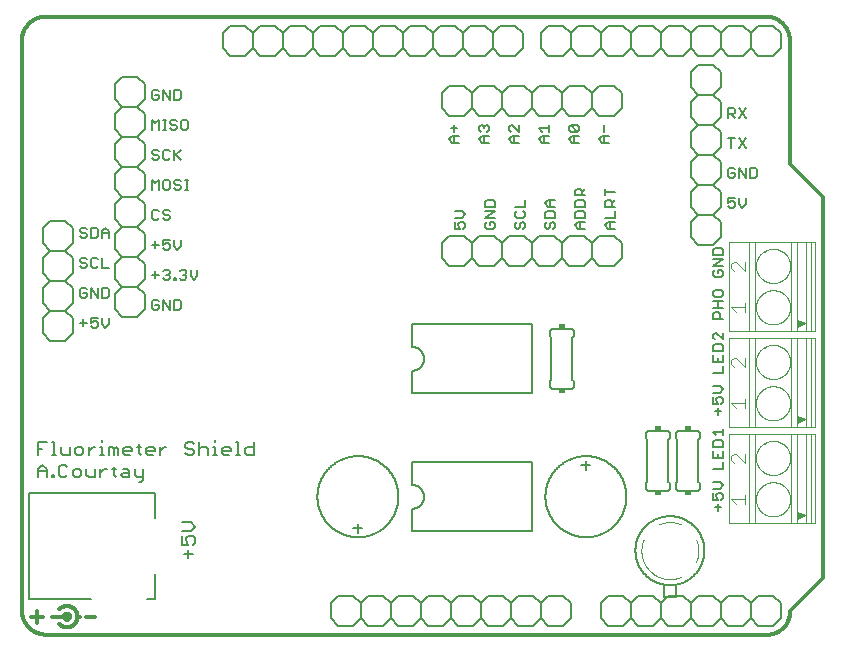
<source format=gbr>
G04 EAGLE Gerber RS-274X export*
G75*
%MOMM*%
%FSLAX34Y34*%
%LPD*%
%INSilkscreen Top*%
%IPPOS*%
%AMOC8*
5,1,8,0,0,1.08239X$1,22.5*%
G01*
%ADD10C,0.304800*%
%ADD11C,0.203200*%
%ADD12C,0.177800*%
%ADD13C,0.152400*%
%ADD14C,0.101600*%
%ADD15R,0.508000X0.381000*%
%ADD16C,0.127000*%
%ADD17C,0.050800*%

G36*
X662337Y264518D02*
X662337Y264518D01*
X662359Y264516D01*
X662458Y264545D01*
X662511Y264556D01*
X662520Y264563D01*
X662532Y264566D01*
X668882Y267741D01*
X668935Y267783D01*
X668993Y267817D01*
X669013Y267844D01*
X669040Y267865D01*
X669073Y267923D01*
X669113Y267977D01*
X669121Y268010D01*
X669138Y268040D01*
X669145Y268107D01*
X669162Y268172D01*
X669157Y268205D01*
X669160Y268239D01*
X669141Y268304D01*
X669131Y268370D01*
X669113Y268399D01*
X669104Y268431D01*
X669061Y268483D01*
X669026Y268541D01*
X668997Y268563D01*
X668978Y268587D01*
X668934Y268610D01*
X668882Y268649D01*
X662532Y271824D01*
X662510Y271829D01*
X662492Y271842D01*
X662414Y271856D01*
X662338Y271876D01*
X662316Y271873D01*
X662295Y271877D01*
X662218Y271860D01*
X662140Y271850D01*
X662121Y271838D01*
X662099Y271834D01*
X662035Y271788D01*
X661967Y271748D01*
X661954Y271730D01*
X661936Y271718D01*
X661894Y271651D01*
X661847Y271588D01*
X661841Y271566D01*
X661830Y271547D01*
X661811Y271446D01*
X661798Y271393D01*
X661800Y271382D01*
X661798Y271370D01*
X661798Y265020D01*
X661802Y264998D01*
X661800Y264976D01*
X661822Y264901D01*
X661837Y264824D01*
X661850Y264805D01*
X661856Y264784D01*
X661906Y264723D01*
X661950Y264658D01*
X661969Y264646D01*
X661983Y264628D01*
X662052Y264591D01*
X662118Y264548D01*
X662140Y264545D01*
X662159Y264534D01*
X662238Y264527D01*
X662315Y264513D01*
X662337Y264518D01*
G37*
G36*
X662337Y183238D02*
X662337Y183238D01*
X662359Y183236D01*
X662458Y183265D01*
X662511Y183276D01*
X662520Y183283D01*
X662532Y183286D01*
X668882Y186461D01*
X668935Y186503D01*
X668993Y186537D01*
X669013Y186564D01*
X669040Y186585D01*
X669073Y186643D01*
X669113Y186697D01*
X669121Y186730D01*
X669138Y186760D01*
X669145Y186827D01*
X669162Y186892D01*
X669157Y186925D01*
X669160Y186959D01*
X669141Y187024D01*
X669131Y187090D01*
X669113Y187119D01*
X669104Y187151D01*
X669061Y187203D01*
X669026Y187261D01*
X668997Y187283D01*
X668978Y187307D01*
X668934Y187330D01*
X668882Y187369D01*
X662532Y190544D01*
X662510Y190549D01*
X662492Y190562D01*
X662414Y190576D01*
X662338Y190596D01*
X662316Y190593D01*
X662295Y190597D01*
X662218Y190580D01*
X662140Y190570D01*
X662121Y190558D01*
X662099Y190554D01*
X662035Y190508D01*
X661967Y190468D01*
X661954Y190450D01*
X661936Y190438D01*
X661894Y190371D01*
X661847Y190308D01*
X661841Y190286D01*
X661830Y190267D01*
X661811Y190166D01*
X661798Y190113D01*
X661800Y190102D01*
X661798Y190090D01*
X661798Y183740D01*
X661802Y183718D01*
X661800Y183696D01*
X661822Y183621D01*
X661837Y183544D01*
X661850Y183525D01*
X661856Y183504D01*
X661906Y183443D01*
X661950Y183378D01*
X661969Y183366D01*
X661983Y183348D01*
X662052Y183311D01*
X662118Y183268D01*
X662140Y183265D01*
X662159Y183254D01*
X662238Y183247D01*
X662315Y183233D01*
X662337Y183238D01*
G37*
G36*
X662337Y101958D02*
X662337Y101958D01*
X662359Y101956D01*
X662458Y101985D01*
X662511Y101996D01*
X662520Y102003D01*
X662532Y102006D01*
X668882Y105181D01*
X668935Y105223D01*
X668993Y105257D01*
X669013Y105284D01*
X669040Y105305D01*
X669073Y105363D01*
X669113Y105417D01*
X669121Y105450D01*
X669138Y105480D01*
X669145Y105547D01*
X669162Y105612D01*
X669157Y105645D01*
X669160Y105679D01*
X669141Y105744D01*
X669131Y105810D01*
X669113Y105839D01*
X669104Y105871D01*
X669061Y105923D01*
X669026Y105981D01*
X668997Y106003D01*
X668978Y106027D01*
X668934Y106050D01*
X668882Y106089D01*
X662532Y109264D01*
X662510Y109269D01*
X662492Y109282D01*
X662414Y109296D01*
X662338Y109316D01*
X662316Y109313D01*
X662295Y109317D01*
X662218Y109300D01*
X662140Y109290D01*
X662121Y109278D01*
X662099Y109274D01*
X662035Y109228D01*
X661967Y109188D01*
X661954Y109170D01*
X661936Y109158D01*
X661894Y109091D01*
X661847Y109028D01*
X661841Y109006D01*
X661830Y108987D01*
X661811Y108886D01*
X661798Y108833D01*
X661800Y108822D01*
X661798Y108810D01*
X661798Y102460D01*
X661802Y102438D01*
X661800Y102416D01*
X661822Y102341D01*
X661837Y102264D01*
X661850Y102245D01*
X661856Y102224D01*
X661906Y102163D01*
X661950Y102098D01*
X661969Y102086D01*
X661983Y102068D01*
X662052Y102031D01*
X662118Y101988D01*
X662140Y101985D01*
X662159Y101974D01*
X662238Y101967D01*
X662315Y101953D01*
X662337Y101958D01*
G37*
D10*
X637540Y5080D02*
X25400Y5080D01*
X24909Y5086D01*
X24418Y5104D01*
X23928Y5133D01*
X23439Y5175D01*
X22951Y5228D01*
X22464Y5293D01*
X21979Y5370D01*
X21496Y5459D01*
X21015Y5559D01*
X20537Y5670D01*
X20062Y5794D01*
X19590Y5928D01*
X19121Y6075D01*
X18656Y6232D01*
X18194Y6400D01*
X17737Y6580D01*
X17285Y6771D01*
X16837Y6972D01*
X16394Y7185D01*
X15957Y7408D01*
X15525Y7641D01*
X15099Y7885D01*
X14678Y8139D01*
X14264Y8403D01*
X13857Y8677D01*
X13456Y8961D01*
X13062Y9254D01*
X12676Y9557D01*
X12297Y9869D01*
X11925Y10190D01*
X11562Y10520D01*
X11206Y10859D01*
X10859Y11206D01*
X10520Y11562D01*
X10190Y11925D01*
X9869Y12297D01*
X9557Y12676D01*
X9254Y13062D01*
X8961Y13456D01*
X8677Y13857D01*
X8403Y14264D01*
X8139Y14678D01*
X7885Y15099D01*
X7641Y15525D01*
X7408Y15957D01*
X7185Y16394D01*
X6972Y16837D01*
X6771Y17285D01*
X6580Y17737D01*
X6400Y18194D01*
X6232Y18656D01*
X6075Y19121D01*
X5928Y19590D01*
X5794Y20062D01*
X5670Y20537D01*
X5559Y21015D01*
X5459Y21496D01*
X5370Y21979D01*
X5293Y22464D01*
X5228Y22951D01*
X5175Y23439D01*
X5133Y23928D01*
X5104Y24418D01*
X5086Y24909D01*
X5080Y25400D01*
X5080Y508000D01*
X5086Y508491D01*
X5104Y508982D01*
X5133Y509472D01*
X5175Y509961D01*
X5228Y510449D01*
X5293Y510936D01*
X5370Y511421D01*
X5459Y511904D01*
X5559Y512385D01*
X5670Y512863D01*
X5794Y513338D01*
X5928Y513810D01*
X6075Y514279D01*
X6232Y514744D01*
X6400Y515206D01*
X6580Y515663D01*
X6771Y516115D01*
X6972Y516563D01*
X7185Y517006D01*
X7408Y517443D01*
X7641Y517875D01*
X7885Y518301D01*
X8139Y518722D01*
X8403Y519136D01*
X8677Y519543D01*
X8961Y519944D01*
X9254Y520338D01*
X9557Y520724D01*
X9869Y521103D01*
X10190Y521475D01*
X10520Y521838D01*
X10859Y522194D01*
X11206Y522541D01*
X11562Y522880D01*
X11925Y523210D01*
X12297Y523531D01*
X12676Y523843D01*
X13062Y524146D01*
X13456Y524439D01*
X13857Y524723D01*
X14264Y524997D01*
X14678Y525261D01*
X15099Y525515D01*
X15525Y525759D01*
X15957Y525992D01*
X16394Y526215D01*
X16837Y526428D01*
X17285Y526629D01*
X17737Y526820D01*
X18194Y527000D01*
X18656Y527168D01*
X19121Y527325D01*
X19590Y527472D01*
X20062Y527606D01*
X20537Y527730D01*
X21015Y527841D01*
X21496Y527941D01*
X21979Y528030D01*
X22464Y528107D01*
X22951Y528172D01*
X23439Y528225D01*
X23928Y528267D01*
X24418Y528296D01*
X24909Y528314D01*
X25400Y528320D01*
X635000Y528320D01*
X635491Y528314D01*
X635982Y528296D01*
X636472Y528267D01*
X636961Y528225D01*
X637449Y528172D01*
X637936Y528107D01*
X638421Y528030D01*
X638904Y527941D01*
X639385Y527841D01*
X639863Y527730D01*
X640338Y527606D01*
X640810Y527472D01*
X641279Y527325D01*
X641744Y527168D01*
X642206Y527000D01*
X642663Y526820D01*
X643115Y526629D01*
X643563Y526428D01*
X644006Y526215D01*
X644443Y525992D01*
X644875Y525759D01*
X645301Y525515D01*
X645722Y525261D01*
X646136Y524997D01*
X646543Y524723D01*
X646944Y524439D01*
X647338Y524146D01*
X647724Y523843D01*
X648103Y523531D01*
X648475Y523210D01*
X648838Y522880D01*
X649194Y522541D01*
X649541Y522194D01*
X649880Y521838D01*
X650210Y521475D01*
X650531Y521103D01*
X650843Y520724D01*
X651146Y520338D01*
X651439Y519944D01*
X651723Y519543D01*
X651997Y519136D01*
X652261Y518722D01*
X652515Y518301D01*
X652759Y517875D01*
X652992Y517443D01*
X653215Y517006D01*
X653428Y516563D01*
X653629Y516115D01*
X653820Y515663D01*
X654000Y515206D01*
X654168Y514744D01*
X654325Y514279D01*
X654472Y513810D01*
X654606Y513338D01*
X654730Y512863D01*
X654841Y512385D01*
X654941Y511904D01*
X655030Y511421D01*
X655107Y510936D01*
X655172Y510449D01*
X655225Y509961D01*
X655267Y509472D01*
X655296Y508982D01*
X655314Y508491D01*
X655320Y508000D01*
X655320Y403860D01*
X683260Y375920D01*
X683260Y53340D01*
X655320Y25400D01*
X655345Y24939D01*
X655359Y24478D01*
X655362Y24017D01*
X655353Y23555D01*
X655334Y23095D01*
X655303Y22634D01*
X655262Y22175D01*
X655209Y21716D01*
X655145Y21259D01*
X655070Y20804D01*
X654984Y20351D01*
X654887Y19900D01*
X654780Y19451D01*
X654661Y19005D01*
X654532Y18562D01*
X654392Y18123D01*
X654242Y17687D01*
X654081Y17254D01*
X653910Y16826D01*
X653728Y16402D01*
X653536Y15982D01*
X653334Y15567D01*
X653122Y15157D01*
X652900Y14753D01*
X652669Y14354D01*
X652428Y13960D01*
X652178Y13573D01*
X651918Y13192D01*
X651649Y12817D01*
X651371Y12448D01*
X651084Y12087D01*
X650789Y11732D01*
X650485Y11385D01*
X650173Y11045D01*
X649853Y10713D01*
X649525Y10389D01*
X649189Y10073D01*
X648845Y9765D01*
X648495Y9465D01*
X648137Y9174D01*
X647772Y8891D01*
X647400Y8618D01*
X647022Y8354D01*
X646638Y8098D01*
X646247Y7853D01*
X645851Y7616D01*
X645449Y7389D01*
X645042Y7173D01*
X644630Y6966D01*
X644213Y6769D01*
X643791Y6582D01*
X643365Y6405D01*
X642934Y6239D01*
X642500Y6083D01*
X642062Y5938D01*
X641621Y5803D01*
X641176Y5679D01*
X640729Y5566D01*
X640279Y5464D01*
X639827Y5372D01*
X639373Y5292D01*
X638917Y5222D01*
X638459Y5164D01*
X638000Y5117D01*
X637540Y5080D01*
X22860Y20320D02*
X12700Y20320D01*
X17780Y25400D02*
X17780Y15240D01*
X30480Y20320D02*
X40640Y20320D01*
X43180Y20320D01*
X43180Y17780D02*
X43280Y17782D01*
X43379Y17788D01*
X43479Y17798D01*
X43577Y17811D01*
X43676Y17829D01*
X43773Y17850D01*
X43869Y17875D01*
X43965Y17904D01*
X44059Y17937D01*
X44152Y17973D01*
X44243Y18013D01*
X44333Y18057D01*
X44421Y18104D01*
X44507Y18154D01*
X44591Y18208D01*
X44673Y18265D01*
X44752Y18325D01*
X44830Y18389D01*
X44904Y18455D01*
X44976Y18524D01*
X45045Y18596D01*
X45111Y18670D01*
X45175Y18748D01*
X45235Y18827D01*
X45292Y18909D01*
X45346Y18993D01*
X45396Y19079D01*
X45443Y19167D01*
X45487Y19257D01*
X45527Y19348D01*
X45563Y19441D01*
X45596Y19535D01*
X45625Y19631D01*
X45650Y19727D01*
X45671Y19824D01*
X45689Y19923D01*
X45702Y20021D01*
X45712Y20121D01*
X45718Y20220D01*
X45720Y20320D01*
X45718Y20420D01*
X45712Y20519D01*
X45702Y20619D01*
X45689Y20717D01*
X45671Y20816D01*
X45650Y20913D01*
X45625Y21009D01*
X45596Y21105D01*
X45563Y21199D01*
X45527Y21292D01*
X45487Y21383D01*
X45443Y21473D01*
X45396Y21561D01*
X45346Y21647D01*
X45292Y21731D01*
X45235Y21813D01*
X45175Y21892D01*
X45111Y21970D01*
X45045Y22044D01*
X44976Y22116D01*
X44904Y22185D01*
X44830Y22251D01*
X44752Y22315D01*
X44673Y22375D01*
X44591Y22432D01*
X44507Y22486D01*
X44421Y22536D01*
X44333Y22583D01*
X44243Y22627D01*
X44152Y22667D01*
X44059Y22703D01*
X43965Y22736D01*
X43869Y22765D01*
X43773Y22790D01*
X43676Y22811D01*
X43577Y22829D01*
X43479Y22842D01*
X43379Y22852D01*
X43280Y22858D01*
X43180Y22860D01*
X43080Y22858D01*
X42981Y22852D01*
X42881Y22842D01*
X42783Y22829D01*
X42684Y22811D01*
X42587Y22790D01*
X42491Y22765D01*
X42395Y22736D01*
X42301Y22703D01*
X42208Y22667D01*
X42117Y22627D01*
X42027Y22583D01*
X41939Y22536D01*
X41853Y22486D01*
X41769Y22432D01*
X41687Y22375D01*
X41608Y22315D01*
X41530Y22251D01*
X41456Y22185D01*
X41384Y22116D01*
X41315Y22044D01*
X41249Y21970D01*
X41185Y21892D01*
X41125Y21813D01*
X41068Y21731D01*
X41014Y21647D01*
X40964Y21561D01*
X40917Y21473D01*
X40873Y21383D01*
X40833Y21292D01*
X40797Y21199D01*
X40764Y21105D01*
X40735Y21009D01*
X40710Y20913D01*
X40689Y20816D01*
X40671Y20717D01*
X40658Y20619D01*
X40648Y20519D01*
X40642Y20420D01*
X40640Y20320D01*
X40642Y20220D01*
X40648Y20121D01*
X40658Y20021D01*
X40671Y19923D01*
X40689Y19824D01*
X40710Y19727D01*
X40735Y19631D01*
X40764Y19535D01*
X40797Y19441D01*
X40833Y19348D01*
X40873Y19257D01*
X40917Y19167D01*
X40964Y19079D01*
X41014Y18993D01*
X41068Y18909D01*
X41125Y18827D01*
X41185Y18748D01*
X41249Y18670D01*
X41315Y18596D01*
X41384Y18524D01*
X41456Y18455D01*
X41530Y18389D01*
X41608Y18325D01*
X41687Y18265D01*
X41769Y18208D01*
X41853Y18154D01*
X41939Y18104D01*
X42027Y18057D01*
X42117Y18013D01*
X42208Y17973D01*
X42301Y17937D01*
X42395Y17904D01*
X42491Y17875D01*
X42587Y17850D01*
X42684Y17829D01*
X42783Y17811D01*
X42881Y17798D01*
X42981Y17788D01*
X43080Y17782D01*
X43180Y17780D01*
X36830Y13970D02*
X36988Y13816D01*
X37149Y13666D01*
X37315Y13520D01*
X37483Y13378D01*
X37655Y13241D01*
X37831Y13107D01*
X38009Y12978D01*
X38191Y12853D01*
X38376Y12733D01*
X38563Y12618D01*
X38754Y12507D01*
X38947Y12400D01*
X39142Y12299D01*
X39341Y12202D01*
X39541Y12110D01*
X39744Y12024D01*
X39948Y11942D01*
X40155Y11865D01*
X40363Y11793D01*
X40573Y11727D01*
X40785Y11665D01*
X40998Y11609D01*
X41212Y11558D01*
X41428Y11513D01*
X41645Y11472D01*
X41862Y11437D01*
X42081Y11408D01*
X42300Y11383D01*
X42519Y11364D01*
X42739Y11351D01*
X42960Y11343D01*
X43180Y11340D01*
X43400Y11343D01*
X43621Y11351D01*
X43841Y11364D01*
X44060Y11383D01*
X44279Y11408D01*
X44498Y11437D01*
X44715Y11472D01*
X44932Y11513D01*
X45148Y11558D01*
X45362Y11609D01*
X45575Y11665D01*
X45787Y11727D01*
X45997Y11793D01*
X46205Y11865D01*
X46412Y11942D01*
X46616Y12024D01*
X46819Y12110D01*
X47019Y12202D01*
X47218Y12299D01*
X47413Y12400D01*
X47606Y12507D01*
X47797Y12618D01*
X47984Y12733D01*
X48169Y12853D01*
X48351Y12978D01*
X48529Y13107D01*
X48705Y13241D01*
X48877Y13378D01*
X49045Y13520D01*
X49211Y13666D01*
X49372Y13816D01*
X49530Y13970D01*
X49684Y14128D01*
X49834Y14289D01*
X49980Y14455D01*
X50122Y14623D01*
X50259Y14795D01*
X50393Y14971D01*
X50522Y15149D01*
X50647Y15331D01*
X50767Y15516D01*
X50882Y15703D01*
X50993Y15894D01*
X51100Y16087D01*
X51201Y16282D01*
X51298Y16481D01*
X51390Y16681D01*
X51476Y16884D01*
X51558Y17088D01*
X51635Y17295D01*
X51707Y17503D01*
X51773Y17713D01*
X51835Y17925D01*
X51891Y18138D01*
X51942Y18352D01*
X51987Y18568D01*
X52028Y18785D01*
X52063Y19002D01*
X52092Y19221D01*
X52117Y19440D01*
X52136Y19659D01*
X52149Y19879D01*
X52157Y20100D01*
X52160Y20320D01*
X52157Y20540D01*
X52149Y20761D01*
X52136Y20981D01*
X52117Y21200D01*
X52092Y21419D01*
X52063Y21638D01*
X52028Y21855D01*
X51987Y22072D01*
X51942Y22288D01*
X51891Y22502D01*
X51835Y22715D01*
X51773Y22927D01*
X51707Y23137D01*
X51635Y23345D01*
X51558Y23552D01*
X51476Y23756D01*
X51390Y23959D01*
X51298Y24159D01*
X51201Y24358D01*
X51100Y24553D01*
X50993Y24746D01*
X50882Y24937D01*
X50767Y25124D01*
X50647Y25309D01*
X50522Y25491D01*
X50393Y25669D01*
X50259Y25845D01*
X50122Y26017D01*
X49980Y26185D01*
X49834Y26351D01*
X49684Y26512D01*
X49530Y26670D01*
X49372Y26824D01*
X49211Y26974D01*
X49045Y27120D01*
X48877Y27262D01*
X48705Y27399D01*
X48529Y27533D01*
X48351Y27662D01*
X48169Y27787D01*
X47984Y27907D01*
X47797Y28022D01*
X47606Y28133D01*
X47413Y28240D01*
X47218Y28341D01*
X47019Y28438D01*
X46819Y28530D01*
X46616Y28616D01*
X46412Y28698D01*
X46205Y28775D01*
X45997Y28847D01*
X45787Y28913D01*
X45575Y28975D01*
X45362Y29031D01*
X45148Y29082D01*
X44932Y29127D01*
X44715Y29168D01*
X44498Y29203D01*
X44279Y29232D01*
X44060Y29257D01*
X43841Y29276D01*
X43621Y29289D01*
X43400Y29297D01*
X43180Y29300D01*
X42960Y29297D01*
X42739Y29289D01*
X42519Y29276D01*
X42300Y29257D01*
X42081Y29232D01*
X41862Y29203D01*
X41645Y29168D01*
X41428Y29127D01*
X41212Y29082D01*
X40998Y29031D01*
X40785Y28975D01*
X40573Y28913D01*
X40363Y28847D01*
X40155Y28775D01*
X39948Y28698D01*
X39744Y28616D01*
X39541Y28530D01*
X39341Y28438D01*
X39142Y28341D01*
X38947Y28240D01*
X38754Y28133D01*
X38563Y28022D01*
X38376Y27907D01*
X38191Y27787D01*
X38009Y27662D01*
X37831Y27533D01*
X37655Y27399D01*
X37483Y27262D01*
X37315Y27120D01*
X37149Y26974D01*
X36988Y26824D01*
X36830Y26670D01*
X52070Y20320D02*
X54610Y20320D01*
X59690Y20320D02*
X67310Y20320D01*
D11*
X146045Y69596D02*
X146045Y76714D01*
X142486Y73155D02*
X149605Y73155D01*
X140707Y81290D02*
X140707Y88408D01*
X140707Y81290D02*
X146045Y81290D01*
X144266Y84849D01*
X144266Y86629D01*
X146045Y88408D01*
X149605Y88408D01*
X151384Y86629D01*
X151384Y83069D01*
X149605Y81290D01*
X147825Y92984D02*
X140707Y92984D01*
X147825Y92984D02*
X151384Y96543D01*
X147825Y100102D01*
X140707Y100102D01*
D12*
X59822Y348240D02*
X58424Y349638D01*
X55627Y349638D01*
X54229Y348240D01*
X54229Y346842D01*
X55627Y345444D01*
X58424Y345444D01*
X59822Y344045D01*
X59822Y342647D01*
X58424Y341249D01*
X55627Y341249D01*
X54229Y342647D01*
X63584Y341249D02*
X63584Y349638D01*
X63584Y341249D02*
X67779Y341249D01*
X69177Y342647D01*
X69177Y348240D01*
X67779Y349638D01*
X63584Y349638D01*
X72939Y346842D02*
X72939Y341249D01*
X72939Y346842D02*
X75736Y349638D01*
X78532Y346842D01*
X78532Y341249D01*
X78532Y345444D02*
X72939Y345444D01*
X58424Y324238D02*
X59822Y322840D01*
X58424Y324238D02*
X55627Y324238D01*
X54229Y322840D01*
X54229Y321442D01*
X55627Y320044D01*
X58424Y320044D01*
X59822Y318645D01*
X59822Y317247D01*
X58424Y315849D01*
X55627Y315849D01*
X54229Y317247D01*
X67779Y324238D02*
X69177Y322840D01*
X67779Y324238D02*
X64982Y324238D01*
X63584Y322840D01*
X63584Y317247D01*
X64982Y315849D01*
X67779Y315849D01*
X69177Y317247D01*
X72939Y315849D02*
X72939Y324238D01*
X72939Y315849D02*
X78532Y315849D01*
X59822Y297440D02*
X58424Y298838D01*
X55627Y298838D01*
X54229Y297440D01*
X54229Y291847D01*
X55627Y290449D01*
X58424Y290449D01*
X59822Y291847D01*
X59822Y294644D01*
X57025Y294644D01*
X63584Y290449D02*
X63584Y298838D01*
X69177Y290449D01*
X69177Y298838D01*
X72939Y298838D02*
X72939Y290449D01*
X77134Y290449D01*
X78532Y291847D01*
X78532Y297440D01*
X77134Y298838D01*
X72939Y298838D01*
X59822Y269244D02*
X54229Y269244D01*
X57025Y272040D02*
X57025Y266447D01*
X63584Y273438D02*
X69177Y273438D01*
X63584Y273438D02*
X63584Y269244D01*
X66381Y270642D01*
X67779Y270642D01*
X69177Y269244D01*
X69177Y266447D01*
X67779Y265049D01*
X64982Y265049D01*
X63584Y266447D01*
X72939Y267845D02*
X72939Y273438D01*
X72939Y267845D02*
X75736Y265049D01*
X78532Y267845D01*
X78532Y273438D01*
X119384Y288678D02*
X120782Y287280D01*
X119384Y288678D02*
X116587Y288678D01*
X115189Y287280D01*
X115189Y281687D01*
X116587Y280289D01*
X119384Y280289D01*
X120782Y281687D01*
X120782Y284484D01*
X117985Y284484D01*
X124544Y280289D02*
X124544Y288678D01*
X130137Y280289D01*
X130137Y288678D01*
X133899Y288678D02*
X133899Y280289D01*
X138094Y280289D01*
X139492Y281687D01*
X139492Y287280D01*
X138094Y288678D01*
X133899Y288678D01*
X120782Y309884D02*
X115189Y309884D01*
X117985Y312680D02*
X117985Y307087D01*
X124544Y312680D02*
X125942Y314078D01*
X128739Y314078D01*
X130137Y312680D01*
X130137Y311282D01*
X128739Y309884D01*
X127341Y309884D01*
X128739Y309884D02*
X130137Y308485D01*
X130137Y307087D01*
X128739Y305689D01*
X125942Y305689D01*
X124544Y307087D01*
X133899Y307087D02*
X133899Y305689D01*
X133899Y307087D02*
X135298Y307087D01*
X135298Y305689D01*
X133899Y305689D01*
X138577Y312680D02*
X139975Y314078D01*
X142772Y314078D01*
X144170Y312680D01*
X144170Y311282D01*
X142772Y309884D01*
X141373Y309884D01*
X142772Y309884D02*
X144170Y308485D01*
X144170Y307087D01*
X142772Y305689D01*
X139975Y305689D01*
X138577Y307087D01*
X147932Y308485D02*
X147932Y314078D01*
X147932Y308485D02*
X150729Y305689D01*
X153525Y308485D01*
X153525Y314078D01*
X120782Y335284D02*
X115189Y335284D01*
X117985Y338080D02*
X117985Y332487D01*
X124544Y339478D02*
X130137Y339478D01*
X124544Y339478D02*
X124544Y335284D01*
X127341Y336682D01*
X128739Y336682D01*
X130137Y335284D01*
X130137Y332487D01*
X128739Y331089D01*
X125942Y331089D01*
X124544Y332487D01*
X133899Y333885D02*
X133899Y339478D01*
X133899Y333885D02*
X136696Y331089D01*
X139492Y333885D01*
X139492Y339478D01*
X120782Y363480D02*
X119384Y364878D01*
X116587Y364878D01*
X115189Y363480D01*
X115189Y357887D01*
X116587Y356489D01*
X119384Y356489D01*
X120782Y357887D01*
X128739Y364878D02*
X130137Y363480D01*
X128739Y364878D02*
X125942Y364878D01*
X124544Y363480D01*
X124544Y362082D01*
X125942Y360684D01*
X128739Y360684D01*
X130137Y359285D01*
X130137Y357887D01*
X128739Y356489D01*
X125942Y356489D01*
X124544Y357887D01*
X115189Y381889D02*
X115189Y390278D01*
X117985Y387482D01*
X120782Y390278D01*
X120782Y381889D01*
X125942Y390278D02*
X128739Y390278D01*
X125942Y390278D02*
X124544Y388880D01*
X124544Y383287D01*
X125942Y381889D01*
X128739Y381889D01*
X130137Y383287D01*
X130137Y388880D01*
X128739Y390278D01*
X138094Y390278D02*
X139492Y388880D01*
X138094Y390278D02*
X135298Y390278D01*
X133899Y388880D01*
X133899Y387482D01*
X135298Y386084D01*
X138094Y386084D01*
X139492Y384685D01*
X139492Y383287D01*
X138094Y381889D01*
X135298Y381889D01*
X133899Y383287D01*
X143255Y381889D02*
X146051Y381889D01*
X144653Y381889D02*
X144653Y390278D01*
X143255Y390278D02*
X146051Y390278D01*
X120782Y414280D02*
X119384Y415678D01*
X116587Y415678D01*
X115189Y414280D01*
X115189Y412882D01*
X116587Y411484D01*
X119384Y411484D01*
X120782Y410085D01*
X120782Y408687D01*
X119384Y407289D01*
X116587Y407289D01*
X115189Y408687D01*
X128739Y415678D02*
X130137Y414280D01*
X128739Y415678D02*
X125942Y415678D01*
X124544Y414280D01*
X124544Y408687D01*
X125942Y407289D01*
X128739Y407289D01*
X130137Y408687D01*
X133899Y407289D02*
X133899Y415678D01*
X133899Y410085D02*
X139492Y415678D01*
X135298Y411484D02*
X139492Y407289D01*
X115189Y432689D02*
X115189Y441078D01*
X117985Y438282D01*
X120782Y441078D01*
X120782Y432689D01*
X124544Y432689D02*
X127341Y432689D01*
X125942Y432689D02*
X125942Y441078D01*
X124544Y441078D02*
X127341Y441078D01*
X134976Y441078D02*
X136374Y439680D01*
X134976Y441078D02*
X132179Y441078D01*
X130781Y439680D01*
X130781Y438282D01*
X132179Y436884D01*
X134976Y436884D01*
X136374Y435485D01*
X136374Y434087D01*
X134976Y432689D01*
X132179Y432689D01*
X130781Y434087D01*
X141534Y441078D02*
X144331Y441078D01*
X141534Y441078D02*
X140136Y439680D01*
X140136Y434087D01*
X141534Y432689D01*
X144331Y432689D01*
X145729Y434087D01*
X145729Y439680D01*
X144331Y441078D01*
X120782Y465080D02*
X119384Y466478D01*
X116587Y466478D01*
X115189Y465080D01*
X115189Y459487D01*
X116587Y458089D01*
X119384Y458089D01*
X120782Y459487D01*
X120782Y462284D01*
X117985Y462284D01*
X124544Y458089D02*
X124544Y466478D01*
X130137Y458089D01*
X130137Y466478D01*
X133899Y466478D02*
X133899Y458089D01*
X138094Y458089D01*
X139492Y459487D01*
X139492Y465080D01*
X138094Y466478D01*
X133899Y466478D01*
X369438Y421599D02*
X375031Y421599D01*
X369438Y421599D02*
X366642Y424395D01*
X369438Y427191D01*
X375031Y427191D01*
X370836Y427191D02*
X370836Y421599D01*
X370836Y430954D02*
X370836Y436547D01*
X368040Y433750D02*
X373633Y433750D01*
X394838Y421599D02*
X400431Y421599D01*
X394838Y421599D02*
X392042Y424395D01*
X394838Y427191D01*
X400431Y427191D01*
X396236Y427191D02*
X396236Y421599D01*
X393440Y430954D02*
X392042Y432352D01*
X392042Y435148D01*
X393440Y436547D01*
X394838Y436547D01*
X396236Y435148D01*
X396236Y433750D01*
X396236Y435148D02*
X397635Y436547D01*
X399033Y436547D01*
X400431Y435148D01*
X400431Y432352D01*
X399033Y430954D01*
X420238Y421599D02*
X425831Y421599D01*
X420238Y421599D02*
X417442Y424395D01*
X420238Y427191D01*
X425831Y427191D01*
X421636Y427191D02*
X421636Y421599D01*
X425831Y430954D02*
X425831Y436547D01*
X425831Y430954D02*
X420238Y436547D01*
X418840Y436547D01*
X417442Y435148D01*
X417442Y432352D01*
X418840Y430954D01*
X445638Y421599D02*
X451231Y421599D01*
X445638Y421599D02*
X442842Y424395D01*
X445638Y427191D01*
X451231Y427191D01*
X447036Y427191D02*
X447036Y421599D01*
X445638Y430954D02*
X442842Y433750D01*
X451231Y433750D01*
X451231Y430954D02*
X451231Y436547D01*
X471038Y421599D02*
X476631Y421599D01*
X471038Y421599D02*
X468242Y424395D01*
X471038Y427191D01*
X476631Y427191D01*
X472436Y427191D02*
X472436Y421599D01*
X469640Y430954D02*
X475233Y430954D01*
X469640Y430954D02*
X468242Y432352D01*
X468242Y435148D01*
X469640Y436547D01*
X475233Y436547D01*
X476631Y435148D01*
X476631Y432352D01*
X475233Y430954D01*
X469640Y436547D01*
X496438Y421599D02*
X502031Y421599D01*
X496438Y421599D02*
X493642Y424395D01*
X496438Y427191D01*
X502031Y427191D01*
X497836Y427191D02*
X497836Y421599D01*
X497836Y430954D02*
X497836Y436547D01*
X501518Y348869D02*
X507111Y348869D01*
X501518Y348869D02*
X498722Y351665D01*
X501518Y354462D01*
X507111Y354462D01*
X502916Y354462D02*
X502916Y348869D01*
X498722Y358224D02*
X507111Y358224D01*
X507111Y363817D01*
X507111Y367579D02*
X498722Y367579D01*
X498722Y371774D01*
X500120Y373172D01*
X502916Y373172D01*
X504315Y371774D01*
X504315Y367579D01*
X504315Y370376D02*
X507111Y373172D01*
X507111Y379731D02*
X498722Y379731D01*
X498722Y376935D02*
X498722Y382527D01*
X481711Y348869D02*
X476118Y348869D01*
X473322Y351665D01*
X476118Y354462D01*
X481711Y354462D01*
X477516Y354462D02*
X477516Y348869D01*
X473322Y358224D02*
X481711Y358224D01*
X481711Y362419D01*
X480313Y363817D01*
X474720Y363817D01*
X473322Y362419D01*
X473322Y358224D01*
X473322Y367579D02*
X481711Y367579D01*
X481711Y371774D01*
X480313Y373172D01*
X474720Y373172D01*
X473322Y371774D01*
X473322Y367579D01*
X473322Y376935D02*
X481711Y376935D01*
X473322Y376935D02*
X473322Y381129D01*
X474720Y382527D01*
X477516Y382527D01*
X478915Y381129D01*
X478915Y376935D01*
X478915Y379731D02*
X481711Y382527D01*
X449320Y354462D02*
X447922Y353064D01*
X447922Y350267D01*
X449320Y348869D01*
X450718Y348869D01*
X452116Y350267D01*
X452116Y353064D01*
X453515Y354462D01*
X454913Y354462D01*
X456311Y353064D01*
X456311Y350267D01*
X454913Y348869D01*
X456311Y358224D02*
X447922Y358224D01*
X456311Y358224D02*
X456311Y362419D01*
X454913Y363817D01*
X449320Y363817D01*
X447922Y362419D01*
X447922Y358224D01*
X450718Y367579D02*
X456311Y367579D01*
X450718Y367579D02*
X447922Y370376D01*
X450718Y373172D01*
X456311Y373172D01*
X452116Y373172D02*
X452116Y367579D01*
X423920Y354462D02*
X422522Y353064D01*
X422522Y350267D01*
X423920Y348869D01*
X425318Y348869D01*
X426716Y350267D01*
X426716Y353064D01*
X428115Y354462D01*
X429513Y354462D01*
X430911Y353064D01*
X430911Y350267D01*
X429513Y348869D01*
X422522Y362419D02*
X423920Y363817D01*
X422522Y362419D02*
X422522Y359622D01*
X423920Y358224D01*
X429513Y358224D01*
X430911Y359622D01*
X430911Y362419D01*
X429513Y363817D01*
X430911Y367579D02*
X422522Y367579D01*
X430911Y367579D02*
X430911Y373172D01*
X398520Y354462D02*
X397122Y353064D01*
X397122Y350267D01*
X398520Y348869D01*
X404113Y348869D01*
X405511Y350267D01*
X405511Y353064D01*
X404113Y354462D01*
X401316Y354462D01*
X401316Y351665D01*
X405511Y358224D02*
X397122Y358224D01*
X405511Y363817D01*
X397122Y363817D01*
X397122Y367579D02*
X405511Y367579D01*
X405511Y371774D01*
X404113Y373172D01*
X398520Y373172D01*
X397122Y371774D01*
X397122Y367579D01*
X371722Y354462D02*
X371722Y348869D01*
X375916Y348869D01*
X374518Y351665D01*
X374518Y353064D01*
X375916Y354462D01*
X378713Y354462D01*
X380111Y353064D01*
X380111Y350267D01*
X378713Y348869D01*
X377315Y358224D02*
X371722Y358224D01*
X377315Y358224D02*
X380111Y361021D01*
X377315Y363817D01*
X371722Y363817D01*
X602869Y442849D02*
X602869Y451238D01*
X607064Y451238D01*
X608462Y449840D01*
X608462Y447044D01*
X607064Y445645D01*
X602869Y445645D01*
X605665Y445645D02*
X608462Y442849D01*
X612224Y451238D02*
X617817Y442849D01*
X612224Y442849D02*
X617817Y451238D01*
X605665Y425838D02*
X605665Y417449D01*
X602869Y425838D02*
X608462Y425838D01*
X612224Y425838D02*
X617817Y417449D01*
X612224Y417449D02*
X617817Y425838D01*
X607064Y400438D02*
X608462Y399040D01*
X607064Y400438D02*
X604267Y400438D01*
X602869Y399040D01*
X602869Y393447D01*
X604267Y392049D01*
X607064Y392049D01*
X608462Y393447D01*
X608462Y396244D01*
X605665Y396244D01*
X612224Y392049D02*
X612224Y400438D01*
X617817Y392049D01*
X617817Y400438D01*
X621579Y400438D02*
X621579Y392049D01*
X625774Y392049D01*
X627172Y393447D01*
X627172Y399040D01*
X625774Y400438D01*
X621579Y400438D01*
X608462Y375038D02*
X602869Y375038D01*
X602869Y370844D01*
X605665Y372242D01*
X607064Y372242D01*
X608462Y370844D01*
X608462Y368047D01*
X607064Y366649D01*
X604267Y366649D01*
X602869Y368047D01*
X612224Y369445D02*
X612224Y375038D01*
X612224Y369445D02*
X615021Y366649D01*
X617817Y369445D01*
X617817Y375038D01*
X591560Y313822D02*
X590162Y312424D01*
X590162Y309627D01*
X591560Y308229D01*
X597153Y308229D01*
X598551Y309627D01*
X598551Y312424D01*
X597153Y313822D01*
X594356Y313822D01*
X594356Y311025D01*
X598551Y317584D02*
X590162Y317584D01*
X598551Y323177D01*
X590162Y323177D01*
X590162Y326939D02*
X598551Y326939D01*
X598551Y331134D01*
X597153Y332532D01*
X591560Y332532D01*
X590162Y331134D01*
X590162Y326939D01*
X590162Y272669D02*
X598551Y272669D01*
X590162Y272669D02*
X590162Y276864D01*
X591560Y278262D01*
X594356Y278262D01*
X595755Y276864D01*
X595755Y272669D01*
X598551Y282024D02*
X590162Y282024D01*
X594356Y282024D02*
X594356Y287617D01*
X590162Y287617D02*
X598551Y287617D01*
X590162Y292778D02*
X590162Y295574D01*
X590162Y292778D02*
X591560Y291379D01*
X597153Y291379D01*
X598551Y292778D01*
X598551Y295574D01*
X597153Y296972D01*
X591560Y296972D01*
X590162Y295574D01*
X590162Y226949D02*
X598551Y226949D01*
X598551Y232542D01*
X590162Y236304D02*
X590162Y241897D01*
X590162Y236304D02*
X598551Y236304D01*
X598551Y241897D01*
X594356Y239101D02*
X594356Y236304D01*
X590162Y245659D02*
X598551Y245659D01*
X598551Y249854D01*
X597153Y251252D01*
X591560Y251252D01*
X590162Y249854D01*
X590162Y245659D01*
X598551Y255015D02*
X598551Y260607D01*
X598551Y255015D02*
X592958Y260607D01*
X591560Y260607D01*
X590162Y259209D01*
X590162Y256413D01*
X591560Y255015D01*
X594356Y196982D02*
X594356Y191389D01*
X591560Y194185D02*
X597153Y194185D01*
X590162Y200744D02*
X590162Y206337D01*
X590162Y200744D02*
X594356Y200744D01*
X592958Y203541D01*
X592958Y204939D01*
X594356Y206337D01*
X597153Y206337D01*
X598551Y204939D01*
X598551Y202142D01*
X597153Y200744D01*
X595755Y210099D02*
X590162Y210099D01*
X595755Y210099D02*
X598551Y212896D01*
X595755Y215692D01*
X590162Y215692D01*
X590162Y145669D02*
X598551Y145669D01*
X598551Y151262D01*
X590162Y155024D02*
X590162Y160617D01*
X590162Y155024D02*
X598551Y155024D01*
X598551Y160617D01*
X594356Y157821D02*
X594356Y155024D01*
X590162Y164379D02*
X598551Y164379D01*
X598551Y168574D01*
X597153Y169972D01*
X591560Y169972D01*
X590162Y168574D01*
X590162Y164379D01*
X592958Y173735D02*
X590162Y176531D01*
X598551Y176531D01*
X598551Y173735D02*
X598551Y179327D01*
X594356Y115702D02*
X594356Y110109D01*
X591560Y112905D02*
X597153Y112905D01*
X590162Y119464D02*
X590162Y125057D01*
X590162Y119464D02*
X594356Y119464D01*
X592958Y122261D01*
X592958Y123659D01*
X594356Y125057D01*
X597153Y125057D01*
X598551Y123659D01*
X598551Y120862D01*
X597153Y119464D01*
X595755Y128819D02*
X590162Y128819D01*
X595755Y128819D02*
X598551Y131616D01*
X595755Y134412D01*
X590162Y134412D01*
D11*
X18796Y157226D02*
X18796Y167903D01*
X25914Y167903D01*
X22355Y162565D02*
X18796Y162565D01*
X30490Y167903D02*
X32269Y167903D01*
X32269Y157226D01*
X30490Y157226D02*
X34049Y157226D01*
X38286Y159006D02*
X38286Y164344D01*
X38286Y159006D02*
X40065Y157226D01*
X45404Y157226D01*
X45404Y164344D01*
X51759Y157226D02*
X55318Y157226D01*
X57098Y159006D01*
X57098Y162565D01*
X55318Y164344D01*
X51759Y164344D01*
X49980Y162565D01*
X49980Y159006D01*
X51759Y157226D01*
X61674Y157226D02*
X61674Y164344D01*
X61674Y160785D02*
X65233Y164344D01*
X67012Y164344D01*
X71419Y164344D02*
X73198Y164344D01*
X73198Y157226D01*
X71419Y157226D02*
X74978Y157226D01*
X73198Y167903D02*
X73198Y169683D01*
X79215Y164344D02*
X79215Y157226D01*
X79215Y164344D02*
X80994Y164344D01*
X82774Y162565D01*
X82774Y157226D01*
X82774Y162565D02*
X84553Y164344D01*
X86333Y162565D01*
X86333Y157226D01*
X92688Y157226D02*
X96247Y157226D01*
X92688Y157226D02*
X90909Y159006D01*
X90909Y162565D01*
X92688Y164344D01*
X96247Y164344D01*
X98027Y162565D01*
X98027Y160785D01*
X90909Y160785D01*
X104382Y159006D02*
X104382Y166124D01*
X104382Y159006D02*
X106162Y157226D01*
X106162Y164344D02*
X102603Y164344D01*
X112178Y157226D02*
X115737Y157226D01*
X112178Y157226D02*
X110399Y159006D01*
X110399Y162565D01*
X112178Y164344D01*
X115737Y164344D01*
X117517Y162565D01*
X117517Y160785D01*
X110399Y160785D01*
X122093Y157226D02*
X122093Y164344D01*
X122093Y160785D02*
X125652Y164344D01*
X127431Y164344D01*
X148870Y167903D02*
X150650Y166124D01*
X148870Y167903D02*
X145311Y167903D01*
X143532Y166124D01*
X143532Y164344D01*
X145311Y162565D01*
X148870Y162565D01*
X150650Y160785D01*
X150650Y159006D01*
X148870Y157226D01*
X145311Y157226D01*
X143532Y159006D01*
X155226Y157226D02*
X155226Y167903D01*
X157005Y164344D02*
X155226Y162565D01*
X157005Y164344D02*
X160564Y164344D01*
X162344Y162565D01*
X162344Y157226D01*
X166920Y164344D02*
X168699Y164344D01*
X168699Y157226D01*
X166920Y157226D02*
X170479Y157226D01*
X168699Y167903D02*
X168699Y169683D01*
X176495Y157226D02*
X180054Y157226D01*
X176495Y157226D02*
X174716Y159006D01*
X174716Y162565D01*
X176495Y164344D01*
X180054Y164344D01*
X181834Y162565D01*
X181834Y160785D01*
X174716Y160785D01*
X186410Y167903D02*
X188189Y167903D01*
X188189Y157226D01*
X186410Y157226D02*
X189969Y157226D01*
X201324Y157226D02*
X201324Y167903D01*
X201324Y157226D02*
X195985Y157226D01*
X194205Y159006D01*
X194205Y162565D01*
X195985Y164344D01*
X201324Y164344D01*
X18796Y145294D02*
X18796Y138176D01*
X18796Y145294D02*
X22355Y148853D01*
X25914Y145294D01*
X25914Y138176D01*
X25914Y143515D02*
X18796Y143515D01*
X30490Y139956D02*
X30490Y138176D01*
X30490Y139956D02*
X32269Y139956D01*
X32269Y138176D01*
X30490Y138176D01*
X41676Y148853D02*
X43455Y147074D01*
X41676Y148853D02*
X38116Y148853D01*
X36337Y147074D01*
X36337Y139956D01*
X38116Y138176D01*
X41676Y138176D01*
X43455Y139956D01*
X49810Y138176D02*
X53369Y138176D01*
X55149Y139956D01*
X55149Y143515D01*
X53369Y145294D01*
X49810Y145294D01*
X48031Y143515D01*
X48031Y139956D01*
X49810Y138176D01*
X59725Y139956D02*
X59725Y145294D01*
X59725Y139956D02*
X61504Y138176D01*
X66843Y138176D01*
X66843Y145294D01*
X71419Y145294D02*
X71419Y138176D01*
X71419Y141735D02*
X74978Y145294D01*
X76757Y145294D01*
X82943Y147074D02*
X82943Y139956D01*
X84723Y138176D01*
X84723Y145294D02*
X81164Y145294D01*
X90739Y145294D02*
X94298Y145294D01*
X96078Y143515D01*
X96078Y138176D01*
X90739Y138176D01*
X88960Y139956D01*
X90739Y141735D01*
X96078Y141735D01*
X100654Y139956D02*
X100654Y145294D01*
X100654Y139956D02*
X102433Y138176D01*
X107772Y138176D01*
X107772Y136397D02*
X107772Y145294D01*
X107772Y136397D02*
X105992Y134617D01*
X104213Y134617D01*
X117950Y56010D02*
X117950Y35010D01*
X63950Y35010D02*
X10950Y35010D01*
X110950Y35010D02*
X117950Y35010D01*
X117950Y125010D02*
X10950Y125010D01*
X117950Y125010D02*
X117950Y104010D01*
X10950Y125010D02*
X10950Y35010D01*
D13*
X425450Y38100D02*
X438150Y38100D01*
X444500Y31750D01*
X444500Y19050D01*
X438150Y12700D01*
X400050Y38100D02*
X393700Y31750D01*
X400050Y38100D02*
X412750Y38100D01*
X419100Y31750D01*
X419100Y19050D01*
X412750Y12700D01*
X400050Y12700D01*
X393700Y19050D01*
X419100Y31750D02*
X425450Y38100D01*
X419100Y19050D02*
X425450Y12700D01*
X438150Y12700D01*
X361950Y38100D02*
X349250Y38100D01*
X361950Y38100D02*
X368300Y31750D01*
X368300Y19050D01*
X361950Y12700D01*
X368300Y31750D02*
X374650Y38100D01*
X387350Y38100D01*
X393700Y31750D01*
X393700Y19050D01*
X387350Y12700D01*
X374650Y12700D01*
X368300Y19050D01*
X323850Y38100D02*
X317500Y31750D01*
X323850Y38100D02*
X336550Y38100D01*
X342900Y31750D01*
X342900Y19050D01*
X336550Y12700D01*
X323850Y12700D01*
X317500Y19050D01*
X342900Y31750D02*
X349250Y38100D01*
X342900Y19050D02*
X349250Y12700D01*
X361950Y12700D01*
X285750Y38100D02*
X273050Y38100D01*
X285750Y38100D02*
X292100Y31750D01*
X292100Y19050D01*
X285750Y12700D01*
X292100Y31750D02*
X298450Y38100D01*
X311150Y38100D01*
X317500Y31750D01*
X317500Y19050D01*
X311150Y12700D01*
X298450Y12700D01*
X292100Y19050D01*
X266700Y19050D02*
X266700Y31750D01*
X273050Y38100D01*
X266700Y19050D02*
X273050Y12700D01*
X285750Y12700D01*
X450850Y38100D02*
X463550Y38100D01*
X469900Y31750D01*
X469900Y19050D01*
X463550Y12700D01*
X444500Y31750D02*
X450850Y38100D01*
X444500Y19050D02*
X450850Y12700D01*
X463550Y12700D01*
X577850Y38100D02*
X590550Y38100D01*
X596900Y31750D01*
X596900Y19050D01*
X590550Y12700D01*
X596900Y31750D02*
X603250Y38100D01*
X615950Y38100D01*
X622300Y31750D01*
X622300Y19050D01*
X615950Y12700D01*
X603250Y12700D01*
X596900Y19050D01*
X552450Y38100D02*
X546100Y31750D01*
X552450Y38100D02*
X565150Y38100D01*
X571500Y31750D01*
X571500Y19050D01*
X565150Y12700D01*
X552450Y12700D01*
X546100Y19050D01*
X571500Y31750D02*
X577850Y38100D01*
X571500Y19050D02*
X577850Y12700D01*
X590550Y12700D01*
X514350Y38100D02*
X501650Y38100D01*
X514350Y38100D02*
X520700Y31750D01*
X520700Y19050D01*
X514350Y12700D01*
X520700Y31750D02*
X527050Y38100D01*
X539750Y38100D01*
X546100Y31750D01*
X546100Y19050D01*
X539750Y12700D01*
X527050Y12700D01*
X520700Y19050D01*
X495300Y19050D02*
X495300Y31750D01*
X501650Y38100D01*
X495300Y19050D02*
X501650Y12700D01*
X514350Y12700D01*
X628650Y38100D02*
X641350Y38100D01*
X647700Y31750D01*
X647700Y19050D01*
X641350Y12700D01*
X622300Y31750D02*
X628650Y38100D01*
X622300Y19050D02*
X628650Y12700D01*
X641350Y12700D01*
X488950Y495300D02*
X476250Y495300D01*
X469900Y501650D01*
X469900Y514350D01*
X476250Y520700D01*
X514350Y495300D02*
X520700Y501650D01*
X514350Y495300D02*
X501650Y495300D01*
X495300Y501650D01*
X495300Y514350D01*
X501650Y520700D01*
X514350Y520700D01*
X520700Y514350D01*
X495300Y501650D02*
X488950Y495300D01*
X495300Y514350D02*
X488950Y520700D01*
X476250Y520700D01*
X552450Y495300D02*
X565150Y495300D01*
X552450Y495300D02*
X546100Y501650D01*
X546100Y514350D01*
X552450Y520700D01*
X546100Y501650D02*
X539750Y495300D01*
X527050Y495300D01*
X520700Y501650D01*
X520700Y514350D01*
X527050Y520700D01*
X539750Y520700D01*
X546100Y514350D01*
X590550Y495300D02*
X596900Y501650D01*
X590550Y495300D02*
X577850Y495300D01*
X571500Y501650D01*
X571500Y514350D01*
X577850Y520700D01*
X590550Y520700D01*
X596900Y514350D01*
X571500Y501650D02*
X565150Y495300D01*
X571500Y514350D02*
X565150Y520700D01*
X552450Y520700D01*
X628650Y495300D02*
X641350Y495300D01*
X628650Y495300D02*
X622300Y501650D01*
X622300Y514350D01*
X628650Y520700D01*
X622300Y501650D02*
X615950Y495300D01*
X603250Y495300D01*
X596900Y501650D01*
X596900Y514350D01*
X603250Y520700D01*
X615950Y520700D01*
X622300Y514350D01*
X647700Y514350D02*
X647700Y501650D01*
X641350Y495300D01*
X647700Y514350D02*
X641350Y520700D01*
X628650Y520700D01*
X463550Y495300D02*
X450850Y495300D01*
X444500Y501650D01*
X444500Y514350D01*
X450850Y520700D01*
X469900Y501650D02*
X463550Y495300D01*
X469900Y514350D02*
X463550Y520700D01*
X450850Y520700D01*
X226060Y501650D02*
X219710Y495300D01*
X207010Y495300D01*
X200660Y501650D01*
X200660Y514350D01*
X207010Y520700D01*
X219710Y520700D01*
X226060Y514350D01*
X257810Y495300D02*
X270510Y495300D01*
X257810Y495300D02*
X251460Y501650D01*
X251460Y514350D01*
X257810Y520700D01*
X251460Y501650D02*
X245110Y495300D01*
X232410Y495300D01*
X226060Y501650D01*
X226060Y514350D01*
X232410Y520700D01*
X245110Y520700D01*
X251460Y514350D01*
X295910Y495300D02*
X302260Y501650D01*
X295910Y495300D02*
X283210Y495300D01*
X276860Y501650D01*
X276860Y514350D01*
X283210Y520700D01*
X295910Y520700D01*
X302260Y514350D01*
X276860Y501650D02*
X270510Y495300D01*
X276860Y514350D02*
X270510Y520700D01*
X257810Y520700D01*
X334010Y495300D02*
X346710Y495300D01*
X334010Y495300D02*
X327660Y501650D01*
X327660Y514350D01*
X334010Y520700D01*
X327660Y501650D02*
X321310Y495300D01*
X308610Y495300D01*
X302260Y501650D01*
X302260Y514350D01*
X308610Y520700D01*
X321310Y520700D01*
X327660Y514350D01*
X372110Y495300D02*
X378460Y501650D01*
X372110Y495300D02*
X359410Y495300D01*
X353060Y501650D01*
X353060Y514350D01*
X359410Y520700D01*
X372110Y520700D01*
X378460Y514350D01*
X353060Y501650D02*
X346710Y495300D01*
X353060Y514350D02*
X346710Y520700D01*
X334010Y520700D01*
X410210Y495300D02*
X422910Y495300D01*
X410210Y495300D02*
X403860Y501650D01*
X403860Y514350D01*
X410210Y520700D01*
X403860Y501650D02*
X397510Y495300D01*
X384810Y495300D01*
X378460Y501650D01*
X378460Y514350D01*
X384810Y520700D01*
X397510Y520700D01*
X403860Y514350D01*
X429260Y514350D02*
X429260Y501650D01*
X422910Y495300D01*
X429260Y514350D02*
X422910Y520700D01*
X410210Y520700D01*
X194310Y495300D02*
X181610Y495300D01*
X175260Y501650D01*
X175260Y514350D01*
X181610Y520700D01*
X200660Y501650D02*
X194310Y495300D01*
X200660Y514350D02*
X194310Y520700D01*
X181610Y520700D01*
X335280Y267970D02*
X436880Y267970D01*
X436880Y209550D02*
X335280Y209550D01*
X436880Y209550D02*
X436880Y267970D01*
X335280Y267970D02*
X335280Y248920D01*
X335280Y228600D02*
X335280Y209550D01*
X335280Y228600D02*
X335527Y228603D01*
X335775Y228612D01*
X336022Y228627D01*
X336268Y228648D01*
X336514Y228675D01*
X336759Y228708D01*
X337004Y228747D01*
X337247Y228792D01*
X337489Y228843D01*
X337730Y228900D01*
X337969Y228962D01*
X338207Y229031D01*
X338443Y229105D01*
X338677Y229185D01*
X338909Y229270D01*
X339139Y229362D01*
X339367Y229458D01*
X339592Y229561D01*
X339815Y229668D01*
X340035Y229782D01*
X340252Y229900D01*
X340467Y230024D01*
X340678Y230153D01*
X340886Y230287D01*
X341091Y230426D01*
X341292Y230570D01*
X341490Y230718D01*
X341684Y230872D01*
X341874Y231030D01*
X342060Y231193D01*
X342242Y231360D01*
X342420Y231532D01*
X342594Y231708D01*
X342764Y231888D01*
X342929Y232073D01*
X343089Y232261D01*
X343245Y232453D01*
X343397Y232649D01*
X343543Y232848D01*
X343685Y233051D01*
X343821Y233258D01*
X343953Y233467D01*
X344079Y233680D01*
X344200Y233896D01*
X344316Y234114D01*
X344426Y234336D01*
X344531Y234560D01*
X344631Y234786D01*
X344725Y235015D01*
X344813Y235246D01*
X344896Y235480D01*
X344973Y235715D01*
X345044Y235952D01*
X345110Y236190D01*
X345169Y236430D01*
X345223Y236672D01*
X345271Y236915D01*
X345313Y237158D01*
X345349Y237403D01*
X345379Y237649D01*
X345403Y237895D01*
X345421Y238142D01*
X345433Y238389D01*
X345439Y238636D01*
X345439Y238884D01*
X345433Y239131D01*
X345421Y239378D01*
X345403Y239625D01*
X345379Y239871D01*
X345349Y240117D01*
X345313Y240362D01*
X345271Y240605D01*
X345223Y240848D01*
X345169Y241090D01*
X345110Y241330D01*
X345044Y241568D01*
X344973Y241805D01*
X344896Y242040D01*
X344813Y242274D01*
X344725Y242505D01*
X344631Y242734D01*
X344531Y242960D01*
X344426Y243184D01*
X344316Y243406D01*
X344200Y243624D01*
X344079Y243840D01*
X343953Y244053D01*
X343821Y244262D01*
X343685Y244469D01*
X343543Y244672D01*
X343397Y244871D01*
X343245Y245067D01*
X343089Y245259D01*
X342929Y245447D01*
X342764Y245632D01*
X342594Y245812D01*
X342420Y245988D01*
X342242Y246160D01*
X342060Y246327D01*
X341874Y246490D01*
X341684Y246648D01*
X341490Y246802D01*
X341292Y246950D01*
X341091Y247094D01*
X340886Y247233D01*
X340678Y247367D01*
X340467Y247496D01*
X340252Y247620D01*
X340035Y247738D01*
X339815Y247852D01*
X339592Y247959D01*
X339367Y248062D01*
X339139Y248158D01*
X338909Y248250D01*
X338677Y248335D01*
X338443Y248415D01*
X338207Y248489D01*
X337969Y248558D01*
X337730Y248620D01*
X337489Y248677D01*
X337247Y248728D01*
X337004Y248773D01*
X336759Y248812D01*
X336514Y248845D01*
X336268Y248872D01*
X336022Y248893D01*
X335775Y248908D01*
X335527Y248917D01*
X335280Y248920D01*
D14*
X603580Y262220D02*
X603580Y337220D01*
X603580Y262220D02*
X620957Y262220D01*
X661073Y262220D02*
X661073Y337220D01*
X656243Y337220D02*
X625713Y337220D01*
X661073Y337220D02*
X669190Y337220D01*
X661073Y337220D02*
X656243Y337220D01*
X625713Y262220D02*
X620957Y262220D01*
X620957Y337220D01*
X625713Y337220D01*
X625713Y262220D02*
X656243Y262220D01*
X625713Y262220D02*
X625713Y337220D01*
X656243Y337220D02*
X656243Y262220D01*
X620957Y337220D02*
X603580Y337220D01*
X656243Y262220D02*
X661073Y262220D01*
X669190Y262220D01*
X669190Y337220D01*
X676580Y337220D02*
X676580Y262220D01*
X676580Y337220D02*
X673580Y337220D01*
X673580Y262220D01*
X676580Y262220D01*
X673580Y262220D02*
X669190Y262220D01*
X669190Y337220D02*
X673580Y337220D01*
X633970Y294280D02*
X634030Y294220D01*
X634030Y329220D02*
X633970Y329280D01*
X626580Y282220D02*
X626584Y282576D01*
X626597Y282931D01*
X626619Y283287D01*
X626650Y283641D01*
X626689Y283995D01*
X626737Y284348D01*
X626793Y284699D01*
X626859Y285049D01*
X626932Y285397D01*
X627015Y285743D01*
X627105Y286087D01*
X627204Y286429D01*
X627312Y286768D01*
X627428Y287105D01*
X627552Y287438D01*
X627684Y287769D01*
X627824Y288096D01*
X627972Y288420D01*
X628128Y288739D01*
X628292Y289055D01*
X628464Y289367D01*
X628643Y289674D01*
X628830Y289977D01*
X629024Y290276D01*
X629225Y290569D01*
X629433Y290858D01*
X629649Y291141D01*
X629871Y291419D01*
X630100Y291691D01*
X630336Y291958D01*
X630578Y292218D01*
X630827Y292473D01*
X631082Y292722D01*
X631342Y292964D01*
X631609Y293200D01*
X631881Y293429D01*
X632159Y293651D01*
X632442Y293867D01*
X632731Y294075D01*
X633024Y294276D01*
X633323Y294470D01*
X633626Y294657D01*
X633933Y294836D01*
X634245Y295008D01*
X634561Y295172D01*
X634880Y295328D01*
X635204Y295476D01*
X635531Y295616D01*
X635862Y295748D01*
X636195Y295872D01*
X636532Y295988D01*
X636871Y296096D01*
X637213Y296195D01*
X637557Y296285D01*
X637903Y296368D01*
X638251Y296441D01*
X638601Y296507D01*
X638952Y296563D01*
X639305Y296611D01*
X639659Y296650D01*
X640013Y296681D01*
X640369Y296703D01*
X640724Y296716D01*
X641080Y296720D01*
X641436Y296716D01*
X641791Y296703D01*
X642147Y296681D01*
X642501Y296650D01*
X642855Y296611D01*
X643208Y296563D01*
X643559Y296507D01*
X643909Y296441D01*
X644257Y296368D01*
X644603Y296285D01*
X644947Y296195D01*
X645289Y296096D01*
X645628Y295988D01*
X645965Y295872D01*
X646298Y295748D01*
X646629Y295616D01*
X646956Y295476D01*
X647280Y295328D01*
X647599Y295172D01*
X647915Y295008D01*
X648227Y294836D01*
X648534Y294657D01*
X648837Y294470D01*
X649136Y294276D01*
X649429Y294075D01*
X649718Y293867D01*
X650001Y293651D01*
X650279Y293429D01*
X650551Y293200D01*
X650818Y292964D01*
X651078Y292722D01*
X651333Y292473D01*
X651582Y292218D01*
X651824Y291958D01*
X652060Y291691D01*
X652289Y291419D01*
X652511Y291141D01*
X652727Y290858D01*
X652935Y290569D01*
X653136Y290276D01*
X653330Y289977D01*
X653517Y289674D01*
X653696Y289367D01*
X653868Y289055D01*
X654032Y288739D01*
X654188Y288420D01*
X654336Y288096D01*
X654476Y287769D01*
X654608Y287438D01*
X654732Y287105D01*
X654848Y286768D01*
X654956Y286429D01*
X655055Y286087D01*
X655145Y285743D01*
X655228Y285397D01*
X655301Y285049D01*
X655367Y284699D01*
X655423Y284348D01*
X655471Y283995D01*
X655510Y283641D01*
X655541Y283287D01*
X655563Y282931D01*
X655576Y282576D01*
X655580Y282220D01*
X655576Y281864D01*
X655563Y281509D01*
X655541Y281153D01*
X655510Y280799D01*
X655471Y280445D01*
X655423Y280092D01*
X655367Y279741D01*
X655301Y279391D01*
X655228Y279043D01*
X655145Y278697D01*
X655055Y278353D01*
X654956Y278011D01*
X654848Y277672D01*
X654732Y277335D01*
X654608Y277002D01*
X654476Y276671D01*
X654336Y276344D01*
X654188Y276020D01*
X654032Y275701D01*
X653868Y275385D01*
X653696Y275073D01*
X653517Y274766D01*
X653330Y274463D01*
X653136Y274164D01*
X652935Y273871D01*
X652727Y273582D01*
X652511Y273299D01*
X652289Y273021D01*
X652060Y272749D01*
X651824Y272482D01*
X651582Y272222D01*
X651333Y271967D01*
X651078Y271718D01*
X650818Y271476D01*
X650551Y271240D01*
X650279Y271011D01*
X650001Y270789D01*
X649718Y270573D01*
X649429Y270365D01*
X649136Y270164D01*
X648837Y269970D01*
X648534Y269783D01*
X648227Y269604D01*
X647915Y269432D01*
X647599Y269268D01*
X647280Y269112D01*
X646956Y268964D01*
X646629Y268824D01*
X646298Y268692D01*
X645965Y268568D01*
X645628Y268452D01*
X645289Y268344D01*
X644947Y268245D01*
X644603Y268155D01*
X644257Y268072D01*
X643909Y267999D01*
X643559Y267933D01*
X643208Y267877D01*
X642855Y267829D01*
X642501Y267790D01*
X642147Y267759D01*
X641791Y267737D01*
X641436Y267724D01*
X641080Y267720D01*
X640724Y267724D01*
X640369Y267737D01*
X640013Y267759D01*
X639659Y267790D01*
X639305Y267829D01*
X638952Y267877D01*
X638601Y267933D01*
X638251Y267999D01*
X637903Y268072D01*
X637557Y268155D01*
X637213Y268245D01*
X636871Y268344D01*
X636532Y268452D01*
X636195Y268568D01*
X635862Y268692D01*
X635531Y268824D01*
X635204Y268964D01*
X634880Y269112D01*
X634561Y269268D01*
X634245Y269432D01*
X633933Y269604D01*
X633626Y269783D01*
X633323Y269970D01*
X633024Y270164D01*
X632731Y270365D01*
X632442Y270573D01*
X632159Y270789D01*
X631881Y271011D01*
X631609Y271240D01*
X631342Y271476D01*
X631082Y271718D01*
X630827Y271967D01*
X630578Y272222D01*
X630336Y272482D01*
X630100Y272749D01*
X629871Y273021D01*
X629649Y273299D01*
X629433Y273582D01*
X629225Y273871D01*
X629024Y274164D01*
X628830Y274463D01*
X628643Y274766D01*
X628464Y275073D01*
X628292Y275385D01*
X628128Y275701D01*
X627972Y276020D01*
X627824Y276344D01*
X627684Y276671D01*
X627552Y277002D01*
X627428Y277335D01*
X627312Y277672D01*
X627204Y278011D01*
X627105Y278353D01*
X627015Y278697D01*
X626932Y279043D01*
X626859Y279391D01*
X626793Y279741D01*
X626737Y280092D01*
X626689Y280445D01*
X626650Y280799D01*
X626619Y281153D01*
X626597Y281509D01*
X626584Y281864D01*
X626580Y282220D01*
X626580Y317220D02*
X626584Y317576D01*
X626597Y317931D01*
X626619Y318287D01*
X626650Y318641D01*
X626689Y318995D01*
X626737Y319348D01*
X626793Y319699D01*
X626859Y320049D01*
X626932Y320397D01*
X627015Y320743D01*
X627105Y321087D01*
X627204Y321429D01*
X627312Y321768D01*
X627428Y322105D01*
X627552Y322438D01*
X627684Y322769D01*
X627824Y323096D01*
X627972Y323420D01*
X628128Y323739D01*
X628292Y324055D01*
X628464Y324367D01*
X628643Y324674D01*
X628830Y324977D01*
X629024Y325276D01*
X629225Y325569D01*
X629433Y325858D01*
X629649Y326141D01*
X629871Y326419D01*
X630100Y326691D01*
X630336Y326958D01*
X630578Y327218D01*
X630827Y327473D01*
X631082Y327722D01*
X631342Y327964D01*
X631609Y328200D01*
X631881Y328429D01*
X632159Y328651D01*
X632442Y328867D01*
X632731Y329075D01*
X633024Y329276D01*
X633323Y329470D01*
X633626Y329657D01*
X633933Y329836D01*
X634245Y330008D01*
X634561Y330172D01*
X634880Y330328D01*
X635204Y330476D01*
X635531Y330616D01*
X635862Y330748D01*
X636195Y330872D01*
X636532Y330988D01*
X636871Y331096D01*
X637213Y331195D01*
X637557Y331285D01*
X637903Y331368D01*
X638251Y331441D01*
X638601Y331507D01*
X638952Y331563D01*
X639305Y331611D01*
X639659Y331650D01*
X640013Y331681D01*
X640369Y331703D01*
X640724Y331716D01*
X641080Y331720D01*
X641436Y331716D01*
X641791Y331703D01*
X642147Y331681D01*
X642501Y331650D01*
X642855Y331611D01*
X643208Y331563D01*
X643559Y331507D01*
X643909Y331441D01*
X644257Y331368D01*
X644603Y331285D01*
X644947Y331195D01*
X645289Y331096D01*
X645628Y330988D01*
X645965Y330872D01*
X646298Y330748D01*
X646629Y330616D01*
X646956Y330476D01*
X647280Y330328D01*
X647599Y330172D01*
X647915Y330008D01*
X648227Y329836D01*
X648534Y329657D01*
X648837Y329470D01*
X649136Y329276D01*
X649429Y329075D01*
X649718Y328867D01*
X650001Y328651D01*
X650279Y328429D01*
X650551Y328200D01*
X650818Y327964D01*
X651078Y327722D01*
X651333Y327473D01*
X651582Y327218D01*
X651824Y326958D01*
X652060Y326691D01*
X652289Y326419D01*
X652511Y326141D01*
X652727Y325858D01*
X652935Y325569D01*
X653136Y325276D01*
X653330Y324977D01*
X653517Y324674D01*
X653696Y324367D01*
X653868Y324055D01*
X654032Y323739D01*
X654188Y323420D01*
X654336Y323096D01*
X654476Y322769D01*
X654608Y322438D01*
X654732Y322105D01*
X654848Y321768D01*
X654956Y321429D01*
X655055Y321087D01*
X655145Y320743D01*
X655228Y320397D01*
X655301Y320049D01*
X655367Y319699D01*
X655423Y319348D01*
X655471Y318995D01*
X655510Y318641D01*
X655541Y318287D01*
X655563Y317931D01*
X655576Y317576D01*
X655580Y317220D01*
X655576Y316864D01*
X655563Y316509D01*
X655541Y316153D01*
X655510Y315799D01*
X655471Y315445D01*
X655423Y315092D01*
X655367Y314741D01*
X655301Y314391D01*
X655228Y314043D01*
X655145Y313697D01*
X655055Y313353D01*
X654956Y313011D01*
X654848Y312672D01*
X654732Y312335D01*
X654608Y312002D01*
X654476Y311671D01*
X654336Y311344D01*
X654188Y311020D01*
X654032Y310701D01*
X653868Y310385D01*
X653696Y310073D01*
X653517Y309766D01*
X653330Y309463D01*
X653136Y309164D01*
X652935Y308871D01*
X652727Y308582D01*
X652511Y308299D01*
X652289Y308021D01*
X652060Y307749D01*
X651824Y307482D01*
X651582Y307222D01*
X651333Y306967D01*
X651078Y306718D01*
X650818Y306476D01*
X650551Y306240D01*
X650279Y306011D01*
X650001Y305789D01*
X649718Y305573D01*
X649429Y305365D01*
X649136Y305164D01*
X648837Y304970D01*
X648534Y304783D01*
X648227Y304604D01*
X647915Y304432D01*
X647599Y304268D01*
X647280Y304112D01*
X646956Y303964D01*
X646629Y303824D01*
X646298Y303692D01*
X645965Y303568D01*
X645628Y303452D01*
X645289Y303344D01*
X644947Y303245D01*
X644603Y303155D01*
X644257Y303072D01*
X643909Y302999D01*
X643559Y302933D01*
X643208Y302877D01*
X642855Y302829D01*
X642501Y302790D01*
X642147Y302759D01*
X641791Y302737D01*
X641436Y302724D01*
X641080Y302720D01*
X640724Y302724D01*
X640369Y302737D01*
X640013Y302759D01*
X639659Y302790D01*
X639305Y302829D01*
X638952Y302877D01*
X638601Y302933D01*
X638251Y302999D01*
X637903Y303072D01*
X637557Y303155D01*
X637213Y303245D01*
X636871Y303344D01*
X636532Y303452D01*
X636195Y303568D01*
X635862Y303692D01*
X635531Y303824D01*
X635204Y303964D01*
X634880Y304112D01*
X634561Y304268D01*
X634245Y304432D01*
X633933Y304604D01*
X633626Y304783D01*
X633323Y304970D01*
X633024Y305164D01*
X632731Y305365D01*
X632442Y305573D01*
X632159Y305789D01*
X631881Y306011D01*
X631609Y306240D01*
X631342Y306476D01*
X631082Y306718D01*
X630827Y306967D01*
X630578Y307222D01*
X630336Y307482D01*
X630100Y307749D01*
X629871Y308021D01*
X629649Y308299D01*
X629433Y308582D01*
X629225Y308871D01*
X629024Y309164D01*
X628830Y309463D01*
X628643Y309766D01*
X628464Y310073D01*
X628292Y310385D01*
X628128Y310701D01*
X627972Y311020D01*
X627824Y311344D01*
X627684Y311671D01*
X627552Y312002D01*
X627428Y312335D01*
X627312Y312672D01*
X627204Y313011D01*
X627105Y313353D01*
X627015Y313697D01*
X626932Y314043D01*
X626859Y314391D01*
X626793Y314741D01*
X626737Y315092D01*
X626689Y315445D01*
X626650Y315799D01*
X626619Y316153D01*
X626597Y316509D01*
X626584Y316864D01*
X626580Y317220D01*
X605653Y282126D02*
X609551Y278228D01*
X605653Y282126D02*
X617347Y282126D01*
X617347Y278228D02*
X617347Y286024D01*
X617347Y313153D02*
X617347Y320949D01*
X617347Y313153D02*
X609551Y320949D01*
X607602Y320949D01*
X605653Y319000D01*
X605653Y315102D01*
X607602Y313153D01*
D13*
X472440Y261620D02*
X472438Y261720D01*
X472432Y261819D01*
X472422Y261919D01*
X472409Y262017D01*
X472391Y262116D01*
X472370Y262213D01*
X472345Y262309D01*
X472316Y262405D01*
X472283Y262499D01*
X472247Y262592D01*
X472207Y262683D01*
X472163Y262773D01*
X472116Y262861D01*
X472066Y262947D01*
X472012Y263031D01*
X471955Y263113D01*
X471895Y263192D01*
X471831Y263270D01*
X471765Y263344D01*
X471696Y263416D01*
X471624Y263485D01*
X471550Y263551D01*
X471472Y263615D01*
X471393Y263675D01*
X471311Y263732D01*
X471227Y263786D01*
X471141Y263836D01*
X471053Y263883D01*
X470963Y263927D01*
X470872Y263967D01*
X470779Y264003D01*
X470685Y264036D01*
X470589Y264065D01*
X470493Y264090D01*
X470396Y264111D01*
X470297Y264129D01*
X470199Y264142D01*
X470099Y264152D01*
X470000Y264158D01*
X469900Y264160D01*
X454660Y264160D02*
X454560Y264158D01*
X454461Y264152D01*
X454361Y264142D01*
X454263Y264129D01*
X454164Y264111D01*
X454067Y264090D01*
X453971Y264065D01*
X453875Y264036D01*
X453781Y264003D01*
X453688Y263967D01*
X453597Y263927D01*
X453507Y263883D01*
X453419Y263836D01*
X453333Y263786D01*
X453249Y263732D01*
X453167Y263675D01*
X453088Y263615D01*
X453010Y263551D01*
X452936Y263485D01*
X452864Y263416D01*
X452795Y263344D01*
X452729Y263270D01*
X452665Y263192D01*
X452605Y263113D01*
X452548Y263031D01*
X452494Y262947D01*
X452444Y262861D01*
X452397Y262773D01*
X452353Y262683D01*
X452313Y262592D01*
X452277Y262499D01*
X452244Y262405D01*
X452215Y262309D01*
X452190Y262213D01*
X452169Y262116D01*
X452151Y262017D01*
X452138Y261919D01*
X452128Y261819D01*
X452122Y261720D01*
X452120Y261620D01*
X452120Y215900D02*
X452122Y215800D01*
X452128Y215701D01*
X452138Y215601D01*
X452151Y215503D01*
X452169Y215404D01*
X452190Y215307D01*
X452215Y215211D01*
X452244Y215115D01*
X452277Y215021D01*
X452313Y214928D01*
X452353Y214837D01*
X452397Y214747D01*
X452444Y214659D01*
X452494Y214573D01*
X452548Y214489D01*
X452605Y214407D01*
X452665Y214328D01*
X452729Y214250D01*
X452795Y214176D01*
X452864Y214104D01*
X452936Y214035D01*
X453010Y213969D01*
X453088Y213905D01*
X453167Y213845D01*
X453249Y213788D01*
X453333Y213734D01*
X453419Y213684D01*
X453507Y213637D01*
X453597Y213593D01*
X453688Y213553D01*
X453781Y213517D01*
X453875Y213484D01*
X453971Y213455D01*
X454067Y213430D01*
X454164Y213409D01*
X454263Y213391D01*
X454361Y213378D01*
X454461Y213368D01*
X454560Y213362D01*
X454660Y213360D01*
X469900Y213360D02*
X470000Y213362D01*
X470099Y213368D01*
X470199Y213378D01*
X470297Y213391D01*
X470396Y213409D01*
X470493Y213430D01*
X470589Y213455D01*
X470685Y213484D01*
X470779Y213517D01*
X470872Y213553D01*
X470963Y213593D01*
X471053Y213637D01*
X471141Y213684D01*
X471227Y213734D01*
X471311Y213788D01*
X471393Y213845D01*
X471472Y213905D01*
X471550Y213969D01*
X471624Y214035D01*
X471696Y214104D01*
X471765Y214176D01*
X471831Y214250D01*
X471895Y214328D01*
X471955Y214407D01*
X472012Y214489D01*
X472066Y214573D01*
X472116Y214659D01*
X472163Y214747D01*
X472207Y214837D01*
X472247Y214928D01*
X472283Y215021D01*
X472316Y215115D01*
X472345Y215211D01*
X472370Y215307D01*
X472391Y215404D01*
X472409Y215503D01*
X472422Y215601D01*
X472432Y215701D01*
X472438Y215800D01*
X472440Y215900D01*
X469900Y264160D02*
X454660Y264160D01*
X472440Y261620D02*
X472440Y257810D01*
X471170Y256540D01*
X452120Y257810D02*
X452120Y261620D01*
X452120Y257810D02*
X453390Y256540D01*
X471170Y220980D02*
X472440Y219710D01*
X471170Y220980D02*
X471170Y256540D01*
X453390Y220980D02*
X452120Y219710D01*
X453390Y220980D02*
X453390Y256540D01*
X472440Y219710D02*
X472440Y215900D01*
X452120Y215900D02*
X452120Y219710D01*
X454660Y213360D02*
X469900Y213360D01*
D15*
X462280Y211455D03*
X462280Y266065D03*
D14*
X603580Y255940D02*
X603580Y180940D01*
X620957Y180940D01*
X661073Y180940D02*
X661073Y255940D01*
X656243Y255940D02*
X625713Y255940D01*
X661073Y255940D02*
X669190Y255940D01*
X661073Y255940D02*
X656243Y255940D01*
X625713Y180940D02*
X620957Y180940D01*
X620957Y255940D01*
X625713Y255940D01*
X625713Y180940D02*
X656243Y180940D01*
X625713Y180940D02*
X625713Y255940D01*
X656243Y255940D02*
X656243Y180940D01*
X620957Y255940D02*
X603580Y255940D01*
X656243Y180940D02*
X661073Y180940D01*
X669190Y180940D01*
X669190Y255940D01*
X676580Y255940D02*
X676580Y180940D01*
X676580Y255940D02*
X673580Y255940D01*
X673580Y180940D01*
X676580Y180940D01*
X673580Y180940D02*
X669190Y180940D01*
X669190Y255940D02*
X673580Y255940D01*
X633970Y213000D02*
X634030Y212940D01*
X634030Y247940D02*
X633970Y248000D01*
X626580Y200940D02*
X626584Y201296D01*
X626597Y201651D01*
X626619Y202007D01*
X626650Y202361D01*
X626689Y202715D01*
X626737Y203068D01*
X626793Y203419D01*
X626859Y203769D01*
X626932Y204117D01*
X627015Y204463D01*
X627105Y204807D01*
X627204Y205149D01*
X627312Y205488D01*
X627428Y205825D01*
X627552Y206158D01*
X627684Y206489D01*
X627824Y206816D01*
X627972Y207140D01*
X628128Y207459D01*
X628292Y207775D01*
X628464Y208087D01*
X628643Y208394D01*
X628830Y208697D01*
X629024Y208996D01*
X629225Y209289D01*
X629433Y209578D01*
X629649Y209861D01*
X629871Y210139D01*
X630100Y210411D01*
X630336Y210678D01*
X630578Y210938D01*
X630827Y211193D01*
X631082Y211442D01*
X631342Y211684D01*
X631609Y211920D01*
X631881Y212149D01*
X632159Y212371D01*
X632442Y212587D01*
X632731Y212795D01*
X633024Y212996D01*
X633323Y213190D01*
X633626Y213377D01*
X633933Y213556D01*
X634245Y213728D01*
X634561Y213892D01*
X634880Y214048D01*
X635204Y214196D01*
X635531Y214336D01*
X635862Y214468D01*
X636195Y214592D01*
X636532Y214708D01*
X636871Y214816D01*
X637213Y214915D01*
X637557Y215005D01*
X637903Y215088D01*
X638251Y215161D01*
X638601Y215227D01*
X638952Y215283D01*
X639305Y215331D01*
X639659Y215370D01*
X640013Y215401D01*
X640369Y215423D01*
X640724Y215436D01*
X641080Y215440D01*
X641436Y215436D01*
X641791Y215423D01*
X642147Y215401D01*
X642501Y215370D01*
X642855Y215331D01*
X643208Y215283D01*
X643559Y215227D01*
X643909Y215161D01*
X644257Y215088D01*
X644603Y215005D01*
X644947Y214915D01*
X645289Y214816D01*
X645628Y214708D01*
X645965Y214592D01*
X646298Y214468D01*
X646629Y214336D01*
X646956Y214196D01*
X647280Y214048D01*
X647599Y213892D01*
X647915Y213728D01*
X648227Y213556D01*
X648534Y213377D01*
X648837Y213190D01*
X649136Y212996D01*
X649429Y212795D01*
X649718Y212587D01*
X650001Y212371D01*
X650279Y212149D01*
X650551Y211920D01*
X650818Y211684D01*
X651078Y211442D01*
X651333Y211193D01*
X651582Y210938D01*
X651824Y210678D01*
X652060Y210411D01*
X652289Y210139D01*
X652511Y209861D01*
X652727Y209578D01*
X652935Y209289D01*
X653136Y208996D01*
X653330Y208697D01*
X653517Y208394D01*
X653696Y208087D01*
X653868Y207775D01*
X654032Y207459D01*
X654188Y207140D01*
X654336Y206816D01*
X654476Y206489D01*
X654608Y206158D01*
X654732Y205825D01*
X654848Y205488D01*
X654956Y205149D01*
X655055Y204807D01*
X655145Y204463D01*
X655228Y204117D01*
X655301Y203769D01*
X655367Y203419D01*
X655423Y203068D01*
X655471Y202715D01*
X655510Y202361D01*
X655541Y202007D01*
X655563Y201651D01*
X655576Y201296D01*
X655580Y200940D01*
X655576Y200584D01*
X655563Y200229D01*
X655541Y199873D01*
X655510Y199519D01*
X655471Y199165D01*
X655423Y198812D01*
X655367Y198461D01*
X655301Y198111D01*
X655228Y197763D01*
X655145Y197417D01*
X655055Y197073D01*
X654956Y196731D01*
X654848Y196392D01*
X654732Y196055D01*
X654608Y195722D01*
X654476Y195391D01*
X654336Y195064D01*
X654188Y194740D01*
X654032Y194421D01*
X653868Y194105D01*
X653696Y193793D01*
X653517Y193486D01*
X653330Y193183D01*
X653136Y192884D01*
X652935Y192591D01*
X652727Y192302D01*
X652511Y192019D01*
X652289Y191741D01*
X652060Y191469D01*
X651824Y191202D01*
X651582Y190942D01*
X651333Y190687D01*
X651078Y190438D01*
X650818Y190196D01*
X650551Y189960D01*
X650279Y189731D01*
X650001Y189509D01*
X649718Y189293D01*
X649429Y189085D01*
X649136Y188884D01*
X648837Y188690D01*
X648534Y188503D01*
X648227Y188324D01*
X647915Y188152D01*
X647599Y187988D01*
X647280Y187832D01*
X646956Y187684D01*
X646629Y187544D01*
X646298Y187412D01*
X645965Y187288D01*
X645628Y187172D01*
X645289Y187064D01*
X644947Y186965D01*
X644603Y186875D01*
X644257Y186792D01*
X643909Y186719D01*
X643559Y186653D01*
X643208Y186597D01*
X642855Y186549D01*
X642501Y186510D01*
X642147Y186479D01*
X641791Y186457D01*
X641436Y186444D01*
X641080Y186440D01*
X640724Y186444D01*
X640369Y186457D01*
X640013Y186479D01*
X639659Y186510D01*
X639305Y186549D01*
X638952Y186597D01*
X638601Y186653D01*
X638251Y186719D01*
X637903Y186792D01*
X637557Y186875D01*
X637213Y186965D01*
X636871Y187064D01*
X636532Y187172D01*
X636195Y187288D01*
X635862Y187412D01*
X635531Y187544D01*
X635204Y187684D01*
X634880Y187832D01*
X634561Y187988D01*
X634245Y188152D01*
X633933Y188324D01*
X633626Y188503D01*
X633323Y188690D01*
X633024Y188884D01*
X632731Y189085D01*
X632442Y189293D01*
X632159Y189509D01*
X631881Y189731D01*
X631609Y189960D01*
X631342Y190196D01*
X631082Y190438D01*
X630827Y190687D01*
X630578Y190942D01*
X630336Y191202D01*
X630100Y191469D01*
X629871Y191741D01*
X629649Y192019D01*
X629433Y192302D01*
X629225Y192591D01*
X629024Y192884D01*
X628830Y193183D01*
X628643Y193486D01*
X628464Y193793D01*
X628292Y194105D01*
X628128Y194421D01*
X627972Y194740D01*
X627824Y195064D01*
X627684Y195391D01*
X627552Y195722D01*
X627428Y196055D01*
X627312Y196392D01*
X627204Y196731D01*
X627105Y197073D01*
X627015Y197417D01*
X626932Y197763D01*
X626859Y198111D01*
X626793Y198461D01*
X626737Y198812D01*
X626689Y199165D01*
X626650Y199519D01*
X626619Y199873D01*
X626597Y200229D01*
X626584Y200584D01*
X626580Y200940D01*
X626580Y235940D02*
X626584Y236296D01*
X626597Y236651D01*
X626619Y237007D01*
X626650Y237361D01*
X626689Y237715D01*
X626737Y238068D01*
X626793Y238419D01*
X626859Y238769D01*
X626932Y239117D01*
X627015Y239463D01*
X627105Y239807D01*
X627204Y240149D01*
X627312Y240488D01*
X627428Y240825D01*
X627552Y241158D01*
X627684Y241489D01*
X627824Y241816D01*
X627972Y242140D01*
X628128Y242459D01*
X628292Y242775D01*
X628464Y243087D01*
X628643Y243394D01*
X628830Y243697D01*
X629024Y243996D01*
X629225Y244289D01*
X629433Y244578D01*
X629649Y244861D01*
X629871Y245139D01*
X630100Y245411D01*
X630336Y245678D01*
X630578Y245938D01*
X630827Y246193D01*
X631082Y246442D01*
X631342Y246684D01*
X631609Y246920D01*
X631881Y247149D01*
X632159Y247371D01*
X632442Y247587D01*
X632731Y247795D01*
X633024Y247996D01*
X633323Y248190D01*
X633626Y248377D01*
X633933Y248556D01*
X634245Y248728D01*
X634561Y248892D01*
X634880Y249048D01*
X635204Y249196D01*
X635531Y249336D01*
X635862Y249468D01*
X636195Y249592D01*
X636532Y249708D01*
X636871Y249816D01*
X637213Y249915D01*
X637557Y250005D01*
X637903Y250088D01*
X638251Y250161D01*
X638601Y250227D01*
X638952Y250283D01*
X639305Y250331D01*
X639659Y250370D01*
X640013Y250401D01*
X640369Y250423D01*
X640724Y250436D01*
X641080Y250440D01*
X641436Y250436D01*
X641791Y250423D01*
X642147Y250401D01*
X642501Y250370D01*
X642855Y250331D01*
X643208Y250283D01*
X643559Y250227D01*
X643909Y250161D01*
X644257Y250088D01*
X644603Y250005D01*
X644947Y249915D01*
X645289Y249816D01*
X645628Y249708D01*
X645965Y249592D01*
X646298Y249468D01*
X646629Y249336D01*
X646956Y249196D01*
X647280Y249048D01*
X647599Y248892D01*
X647915Y248728D01*
X648227Y248556D01*
X648534Y248377D01*
X648837Y248190D01*
X649136Y247996D01*
X649429Y247795D01*
X649718Y247587D01*
X650001Y247371D01*
X650279Y247149D01*
X650551Y246920D01*
X650818Y246684D01*
X651078Y246442D01*
X651333Y246193D01*
X651582Y245938D01*
X651824Y245678D01*
X652060Y245411D01*
X652289Y245139D01*
X652511Y244861D01*
X652727Y244578D01*
X652935Y244289D01*
X653136Y243996D01*
X653330Y243697D01*
X653517Y243394D01*
X653696Y243087D01*
X653868Y242775D01*
X654032Y242459D01*
X654188Y242140D01*
X654336Y241816D01*
X654476Y241489D01*
X654608Y241158D01*
X654732Y240825D01*
X654848Y240488D01*
X654956Y240149D01*
X655055Y239807D01*
X655145Y239463D01*
X655228Y239117D01*
X655301Y238769D01*
X655367Y238419D01*
X655423Y238068D01*
X655471Y237715D01*
X655510Y237361D01*
X655541Y237007D01*
X655563Y236651D01*
X655576Y236296D01*
X655580Y235940D01*
X655576Y235584D01*
X655563Y235229D01*
X655541Y234873D01*
X655510Y234519D01*
X655471Y234165D01*
X655423Y233812D01*
X655367Y233461D01*
X655301Y233111D01*
X655228Y232763D01*
X655145Y232417D01*
X655055Y232073D01*
X654956Y231731D01*
X654848Y231392D01*
X654732Y231055D01*
X654608Y230722D01*
X654476Y230391D01*
X654336Y230064D01*
X654188Y229740D01*
X654032Y229421D01*
X653868Y229105D01*
X653696Y228793D01*
X653517Y228486D01*
X653330Y228183D01*
X653136Y227884D01*
X652935Y227591D01*
X652727Y227302D01*
X652511Y227019D01*
X652289Y226741D01*
X652060Y226469D01*
X651824Y226202D01*
X651582Y225942D01*
X651333Y225687D01*
X651078Y225438D01*
X650818Y225196D01*
X650551Y224960D01*
X650279Y224731D01*
X650001Y224509D01*
X649718Y224293D01*
X649429Y224085D01*
X649136Y223884D01*
X648837Y223690D01*
X648534Y223503D01*
X648227Y223324D01*
X647915Y223152D01*
X647599Y222988D01*
X647280Y222832D01*
X646956Y222684D01*
X646629Y222544D01*
X646298Y222412D01*
X645965Y222288D01*
X645628Y222172D01*
X645289Y222064D01*
X644947Y221965D01*
X644603Y221875D01*
X644257Y221792D01*
X643909Y221719D01*
X643559Y221653D01*
X643208Y221597D01*
X642855Y221549D01*
X642501Y221510D01*
X642147Y221479D01*
X641791Y221457D01*
X641436Y221444D01*
X641080Y221440D01*
X640724Y221444D01*
X640369Y221457D01*
X640013Y221479D01*
X639659Y221510D01*
X639305Y221549D01*
X638952Y221597D01*
X638601Y221653D01*
X638251Y221719D01*
X637903Y221792D01*
X637557Y221875D01*
X637213Y221965D01*
X636871Y222064D01*
X636532Y222172D01*
X636195Y222288D01*
X635862Y222412D01*
X635531Y222544D01*
X635204Y222684D01*
X634880Y222832D01*
X634561Y222988D01*
X634245Y223152D01*
X633933Y223324D01*
X633626Y223503D01*
X633323Y223690D01*
X633024Y223884D01*
X632731Y224085D01*
X632442Y224293D01*
X632159Y224509D01*
X631881Y224731D01*
X631609Y224960D01*
X631342Y225196D01*
X631082Y225438D01*
X630827Y225687D01*
X630578Y225942D01*
X630336Y226202D01*
X630100Y226469D01*
X629871Y226741D01*
X629649Y227019D01*
X629433Y227302D01*
X629225Y227591D01*
X629024Y227884D01*
X628830Y228183D01*
X628643Y228486D01*
X628464Y228793D01*
X628292Y229105D01*
X628128Y229421D01*
X627972Y229740D01*
X627824Y230064D01*
X627684Y230391D01*
X627552Y230722D01*
X627428Y231055D01*
X627312Y231392D01*
X627204Y231731D01*
X627105Y232073D01*
X627015Y232417D01*
X626932Y232763D01*
X626859Y233111D01*
X626793Y233461D01*
X626737Y233812D01*
X626689Y234165D01*
X626650Y234519D01*
X626619Y234873D01*
X626597Y235229D01*
X626584Y235584D01*
X626580Y235940D01*
X605653Y200846D02*
X609551Y196948D01*
X605653Y200846D02*
X617347Y200846D01*
X617347Y196948D02*
X617347Y204744D01*
X617347Y231873D02*
X617347Y239669D01*
X617347Y231873D02*
X609551Y239669D01*
X607602Y239669D01*
X605653Y237720D01*
X605653Y233822D01*
X607602Y231873D01*
X603580Y174660D02*
X603580Y99660D01*
X620957Y99660D01*
X661073Y99660D02*
X661073Y174660D01*
X656243Y174660D02*
X625713Y174660D01*
X661073Y174660D02*
X669190Y174660D01*
X661073Y174660D02*
X656243Y174660D01*
X625713Y99660D02*
X620957Y99660D01*
X620957Y174660D01*
X625713Y174660D01*
X625713Y99660D02*
X656243Y99660D01*
X625713Y99660D02*
X625713Y174660D01*
X656243Y174660D02*
X656243Y99660D01*
X620957Y174660D02*
X603580Y174660D01*
X656243Y99660D02*
X661073Y99660D01*
X669190Y99660D01*
X669190Y174660D01*
X676580Y174660D02*
X676580Y99660D01*
X676580Y174660D02*
X673580Y174660D01*
X673580Y99660D01*
X676580Y99660D01*
X673580Y99660D02*
X669190Y99660D01*
X669190Y174660D02*
X673580Y174660D01*
X633970Y131720D02*
X634030Y131660D01*
X634030Y166660D02*
X633970Y166720D01*
X626580Y119660D02*
X626584Y120016D01*
X626597Y120371D01*
X626619Y120727D01*
X626650Y121081D01*
X626689Y121435D01*
X626737Y121788D01*
X626793Y122139D01*
X626859Y122489D01*
X626932Y122837D01*
X627015Y123183D01*
X627105Y123527D01*
X627204Y123869D01*
X627312Y124208D01*
X627428Y124545D01*
X627552Y124878D01*
X627684Y125209D01*
X627824Y125536D01*
X627972Y125860D01*
X628128Y126179D01*
X628292Y126495D01*
X628464Y126807D01*
X628643Y127114D01*
X628830Y127417D01*
X629024Y127716D01*
X629225Y128009D01*
X629433Y128298D01*
X629649Y128581D01*
X629871Y128859D01*
X630100Y129131D01*
X630336Y129398D01*
X630578Y129658D01*
X630827Y129913D01*
X631082Y130162D01*
X631342Y130404D01*
X631609Y130640D01*
X631881Y130869D01*
X632159Y131091D01*
X632442Y131307D01*
X632731Y131515D01*
X633024Y131716D01*
X633323Y131910D01*
X633626Y132097D01*
X633933Y132276D01*
X634245Y132448D01*
X634561Y132612D01*
X634880Y132768D01*
X635204Y132916D01*
X635531Y133056D01*
X635862Y133188D01*
X636195Y133312D01*
X636532Y133428D01*
X636871Y133536D01*
X637213Y133635D01*
X637557Y133725D01*
X637903Y133808D01*
X638251Y133881D01*
X638601Y133947D01*
X638952Y134003D01*
X639305Y134051D01*
X639659Y134090D01*
X640013Y134121D01*
X640369Y134143D01*
X640724Y134156D01*
X641080Y134160D01*
X641436Y134156D01*
X641791Y134143D01*
X642147Y134121D01*
X642501Y134090D01*
X642855Y134051D01*
X643208Y134003D01*
X643559Y133947D01*
X643909Y133881D01*
X644257Y133808D01*
X644603Y133725D01*
X644947Y133635D01*
X645289Y133536D01*
X645628Y133428D01*
X645965Y133312D01*
X646298Y133188D01*
X646629Y133056D01*
X646956Y132916D01*
X647280Y132768D01*
X647599Y132612D01*
X647915Y132448D01*
X648227Y132276D01*
X648534Y132097D01*
X648837Y131910D01*
X649136Y131716D01*
X649429Y131515D01*
X649718Y131307D01*
X650001Y131091D01*
X650279Y130869D01*
X650551Y130640D01*
X650818Y130404D01*
X651078Y130162D01*
X651333Y129913D01*
X651582Y129658D01*
X651824Y129398D01*
X652060Y129131D01*
X652289Y128859D01*
X652511Y128581D01*
X652727Y128298D01*
X652935Y128009D01*
X653136Y127716D01*
X653330Y127417D01*
X653517Y127114D01*
X653696Y126807D01*
X653868Y126495D01*
X654032Y126179D01*
X654188Y125860D01*
X654336Y125536D01*
X654476Y125209D01*
X654608Y124878D01*
X654732Y124545D01*
X654848Y124208D01*
X654956Y123869D01*
X655055Y123527D01*
X655145Y123183D01*
X655228Y122837D01*
X655301Y122489D01*
X655367Y122139D01*
X655423Y121788D01*
X655471Y121435D01*
X655510Y121081D01*
X655541Y120727D01*
X655563Y120371D01*
X655576Y120016D01*
X655580Y119660D01*
X655576Y119304D01*
X655563Y118949D01*
X655541Y118593D01*
X655510Y118239D01*
X655471Y117885D01*
X655423Y117532D01*
X655367Y117181D01*
X655301Y116831D01*
X655228Y116483D01*
X655145Y116137D01*
X655055Y115793D01*
X654956Y115451D01*
X654848Y115112D01*
X654732Y114775D01*
X654608Y114442D01*
X654476Y114111D01*
X654336Y113784D01*
X654188Y113460D01*
X654032Y113141D01*
X653868Y112825D01*
X653696Y112513D01*
X653517Y112206D01*
X653330Y111903D01*
X653136Y111604D01*
X652935Y111311D01*
X652727Y111022D01*
X652511Y110739D01*
X652289Y110461D01*
X652060Y110189D01*
X651824Y109922D01*
X651582Y109662D01*
X651333Y109407D01*
X651078Y109158D01*
X650818Y108916D01*
X650551Y108680D01*
X650279Y108451D01*
X650001Y108229D01*
X649718Y108013D01*
X649429Y107805D01*
X649136Y107604D01*
X648837Y107410D01*
X648534Y107223D01*
X648227Y107044D01*
X647915Y106872D01*
X647599Y106708D01*
X647280Y106552D01*
X646956Y106404D01*
X646629Y106264D01*
X646298Y106132D01*
X645965Y106008D01*
X645628Y105892D01*
X645289Y105784D01*
X644947Y105685D01*
X644603Y105595D01*
X644257Y105512D01*
X643909Y105439D01*
X643559Y105373D01*
X643208Y105317D01*
X642855Y105269D01*
X642501Y105230D01*
X642147Y105199D01*
X641791Y105177D01*
X641436Y105164D01*
X641080Y105160D01*
X640724Y105164D01*
X640369Y105177D01*
X640013Y105199D01*
X639659Y105230D01*
X639305Y105269D01*
X638952Y105317D01*
X638601Y105373D01*
X638251Y105439D01*
X637903Y105512D01*
X637557Y105595D01*
X637213Y105685D01*
X636871Y105784D01*
X636532Y105892D01*
X636195Y106008D01*
X635862Y106132D01*
X635531Y106264D01*
X635204Y106404D01*
X634880Y106552D01*
X634561Y106708D01*
X634245Y106872D01*
X633933Y107044D01*
X633626Y107223D01*
X633323Y107410D01*
X633024Y107604D01*
X632731Y107805D01*
X632442Y108013D01*
X632159Y108229D01*
X631881Y108451D01*
X631609Y108680D01*
X631342Y108916D01*
X631082Y109158D01*
X630827Y109407D01*
X630578Y109662D01*
X630336Y109922D01*
X630100Y110189D01*
X629871Y110461D01*
X629649Y110739D01*
X629433Y111022D01*
X629225Y111311D01*
X629024Y111604D01*
X628830Y111903D01*
X628643Y112206D01*
X628464Y112513D01*
X628292Y112825D01*
X628128Y113141D01*
X627972Y113460D01*
X627824Y113784D01*
X627684Y114111D01*
X627552Y114442D01*
X627428Y114775D01*
X627312Y115112D01*
X627204Y115451D01*
X627105Y115793D01*
X627015Y116137D01*
X626932Y116483D01*
X626859Y116831D01*
X626793Y117181D01*
X626737Y117532D01*
X626689Y117885D01*
X626650Y118239D01*
X626619Y118593D01*
X626597Y118949D01*
X626584Y119304D01*
X626580Y119660D01*
X626580Y154660D02*
X626584Y155016D01*
X626597Y155371D01*
X626619Y155727D01*
X626650Y156081D01*
X626689Y156435D01*
X626737Y156788D01*
X626793Y157139D01*
X626859Y157489D01*
X626932Y157837D01*
X627015Y158183D01*
X627105Y158527D01*
X627204Y158869D01*
X627312Y159208D01*
X627428Y159545D01*
X627552Y159878D01*
X627684Y160209D01*
X627824Y160536D01*
X627972Y160860D01*
X628128Y161179D01*
X628292Y161495D01*
X628464Y161807D01*
X628643Y162114D01*
X628830Y162417D01*
X629024Y162716D01*
X629225Y163009D01*
X629433Y163298D01*
X629649Y163581D01*
X629871Y163859D01*
X630100Y164131D01*
X630336Y164398D01*
X630578Y164658D01*
X630827Y164913D01*
X631082Y165162D01*
X631342Y165404D01*
X631609Y165640D01*
X631881Y165869D01*
X632159Y166091D01*
X632442Y166307D01*
X632731Y166515D01*
X633024Y166716D01*
X633323Y166910D01*
X633626Y167097D01*
X633933Y167276D01*
X634245Y167448D01*
X634561Y167612D01*
X634880Y167768D01*
X635204Y167916D01*
X635531Y168056D01*
X635862Y168188D01*
X636195Y168312D01*
X636532Y168428D01*
X636871Y168536D01*
X637213Y168635D01*
X637557Y168725D01*
X637903Y168808D01*
X638251Y168881D01*
X638601Y168947D01*
X638952Y169003D01*
X639305Y169051D01*
X639659Y169090D01*
X640013Y169121D01*
X640369Y169143D01*
X640724Y169156D01*
X641080Y169160D01*
X641436Y169156D01*
X641791Y169143D01*
X642147Y169121D01*
X642501Y169090D01*
X642855Y169051D01*
X643208Y169003D01*
X643559Y168947D01*
X643909Y168881D01*
X644257Y168808D01*
X644603Y168725D01*
X644947Y168635D01*
X645289Y168536D01*
X645628Y168428D01*
X645965Y168312D01*
X646298Y168188D01*
X646629Y168056D01*
X646956Y167916D01*
X647280Y167768D01*
X647599Y167612D01*
X647915Y167448D01*
X648227Y167276D01*
X648534Y167097D01*
X648837Y166910D01*
X649136Y166716D01*
X649429Y166515D01*
X649718Y166307D01*
X650001Y166091D01*
X650279Y165869D01*
X650551Y165640D01*
X650818Y165404D01*
X651078Y165162D01*
X651333Y164913D01*
X651582Y164658D01*
X651824Y164398D01*
X652060Y164131D01*
X652289Y163859D01*
X652511Y163581D01*
X652727Y163298D01*
X652935Y163009D01*
X653136Y162716D01*
X653330Y162417D01*
X653517Y162114D01*
X653696Y161807D01*
X653868Y161495D01*
X654032Y161179D01*
X654188Y160860D01*
X654336Y160536D01*
X654476Y160209D01*
X654608Y159878D01*
X654732Y159545D01*
X654848Y159208D01*
X654956Y158869D01*
X655055Y158527D01*
X655145Y158183D01*
X655228Y157837D01*
X655301Y157489D01*
X655367Y157139D01*
X655423Y156788D01*
X655471Y156435D01*
X655510Y156081D01*
X655541Y155727D01*
X655563Y155371D01*
X655576Y155016D01*
X655580Y154660D01*
X655576Y154304D01*
X655563Y153949D01*
X655541Y153593D01*
X655510Y153239D01*
X655471Y152885D01*
X655423Y152532D01*
X655367Y152181D01*
X655301Y151831D01*
X655228Y151483D01*
X655145Y151137D01*
X655055Y150793D01*
X654956Y150451D01*
X654848Y150112D01*
X654732Y149775D01*
X654608Y149442D01*
X654476Y149111D01*
X654336Y148784D01*
X654188Y148460D01*
X654032Y148141D01*
X653868Y147825D01*
X653696Y147513D01*
X653517Y147206D01*
X653330Y146903D01*
X653136Y146604D01*
X652935Y146311D01*
X652727Y146022D01*
X652511Y145739D01*
X652289Y145461D01*
X652060Y145189D01*
X651824Y144922D01*
X651582Y144662D01*
X651333Y144407D01*
X651078Y144158D01*
X650818Y143916D01*
X650551Y143680D01*
X650279Y143451D01*
X650001Y143229D01*
X649718Y143013D01*
X649429Y142805D01*
X649136Y142604D01*
X648837Y142410D01*
X648534Y142223D01*
X648227Y142044D01*
X647915Y141872D01*
X647599Y141708D01*
X647280Y141552D01*
X646956Y141404D01*
X646629Y141264D01*
X646298Y141132D01*
X645965Y141008D01*
X645628Y140892D01*
X645289Y140784D01*
X644947Y140685D01*
X644603Y140595D01*
X644257Y140512D01*
X643909Y140439D01*
X643559Y140373D01*
X643208Y140317D01*
X642855Y140269D01*
X642501Y140230D01*
X642147Y140199D01*
X641791Y140177D01*
X641436Y140164D01*
X641080Y140160D01*
X640724Y140164D01*
X640369Y140177D01*
X640013Y140199D01*
X639659Y140230D01*
X639305Y140269D01*
X638952Y140317D01*
X638601Y140373D01*
X638251Y140439D01*
X637903Y140512D01*
X637557Y140595D01*
X637213Y140685D01*
X636871Y140784D01*
X636532Y140892D01*
X636195Y141008D01*
X635862Y141132D01*
X635531Y141264D01*
X635204Y141404D01*
X634880Y141552D01*
X634561Y141708D01*
X634245Y141872D01*
X633933Y142044D01*
X633626Y142223D01*
X633323Y142410D01*
X633024Y142604D01*
X632731Y142805D01*
X632442Y143013D01*
X632159Y143229D01*
X631881Y143451D01*
X631609Y143680D01*
X631342Y143916D01*
X631082Y144158D01*
X630827Y144407D01*
X630578Y144662D01*
X630336Y144922D01*
X630100Y145189D01*
X629871Y145461D01*
X629649Y145739D01*
X629433Y146022D01*
X629225Y146311D01*
X629024Y146604D01*
X628830Y146903D01*
X628643Y147206D01*
X628464Y147513D01*
X628292Y147825D01*
X628128Y148141D01*
X627972Y148460D01*
X627824Y148784D01*
X627684Y149111D01*
X627552Y149442D01*
X627428Y149775D01*
X627312Y150112D01*
X627204Y150451D01*
X627105Y150793D01*
X627015Y151137D01*
X626932Y151483D01*
X626859Y151831D01*
X626793Y152181D01*
X626737Y152532D01*
X626689Y152885D01*
X626650Y153239D01*
X626619Y153593D01*
X626597Y153949D01*
X626584Y154304D01*
X626580Y154660D01*
X605653Y119566D02*
X609551Y115668D01*
X605653Y119566D02*
X617347Y119566D01*
X617347Y115668D02*
X617347Y123464D01*
X617347Y150593D02*
X617347Y158389D01*
X617347Y150593D02*
X609551Y158389D01*
X607602Y158389D01*
X605653Y156440D01*
X605653Y152542D01*
X607602Y150593D01*
D13*
X579120Y175260D02*
X579118Y175360D01*
X579112Y175459D01*
X579102Y175559D01*
X579089Y175657D01*
X579071Y175756D01*
X579050Y175853D01*
X579025Y175949D01*
X578996Y176045D01*
X578963Y176139D01*
X578927Y176232D01*
X578887Y176323D01*
X578843Y176413D01*
X578796Y176501D01*
X578746Y176587D01*
X578692Y176671D01*
X578635Y176753D01*
X578575Y176832D01*
X578511Y176910D01*
X578445Y176984D01*
X578376Y177056D01*
X578304Y177125D01*
X578230Y177191D01*
X578152Y177255D01*
X578073Y177315D01*
X577991Y177372D01*
X577907Y177426D01*
X577821Y177476D01*
X577733Y177523D01*
X577643Y177567D01*
X577552Y177607D01*
X577459Y177643D01*
X577365Y177676D01*
X577269Y177705D01*
X577173Y177730D01*
X577076Y177751D01*
X576977Y177769D01*
X576879Y177782D01*
X576779Y177792D01*
X576680Y177798D01*
X576580Y177800D01*
X561340Y177800D02*
X561240Y177798D01*
X561141Y177792D01*
X561041Y177782D01*
X560943Y177769D01*
X560844Y177751D01*
X560747Y177730D01*
X560651Y177705D01*
X560555Y177676D01*
X560461Y177643D01*
X560368Y177607D01*
X560277Y177567D01*
X560187Y177523D01*
X560099Y177476D01*
X560013Y177426D01*
X559929Y177372D01*
X559847Y177315D01*
X559768Y177255D01*
X559690Y177191D01*
X559616Y177125D01*
X559544Y177056D01*
X559475Y176984D01*
X559409Y176910D01*
X559345Y176832D01*
X559285Y176753D01*
X559228Y176671D01*
X559174Y176587D01*
X559124Y176501D01*
X559077Y176413D01*
X559033Y176323D01*
X558993Y176232D01*
X558957Y176139D01*
X558924Y176045D01*
X558895Y175949D01*
X558870Y175853D01*
X558849Y175756D01*
X558831Y175657D01*
X558818Y175559D01*
X558808Y175459D01*
X558802Y175360D01*
X558800Y175260D01*
X558800Y129540D02*
X558802Y129440D01*
X558808Y129341D01*
X558818Y129241D01*
X558831Y129143D01*
X558849Y129044D01*
X558870Y128947D01*
X558895Y128851D01*
X558924Y128755D01*
X558957Y128661D01*
X558993Y128568D01*
X559033Y128477D01*
X559077Y128387D01*
X559124Y128299D01*
X559174Y128213D01*
X559228Y128129D01*
X559285Y128047D01*
X559345Y127968D01*
X559409Y127890D01*
X559475Y127816D01*
X559544Y127744D01*
X559616Y127675D01*
X559690Y127609D01*
X559768Y127545D01*
X559847Y127485D01*
X559929Y127428D01*
X560013Y127374D01*
X560099Y127324D01*
X560187Y127277D01*
X560277Y127233D01*
X560368Y127193D01*
X560461Y127157D01*
X560555Y127124D01*
X560651Y127095D01*
X560747Y127070D01*
X560844Y127049D01*
X560943Y127031D01*
X561041Y127018D01*
X561141Y127008D01*
X561240Y127002D01*
X561340Y127000D01*
X576580Y127000D02*
X576680Y127002D01*
X576779Y127008D01*
X576879Y127018D01*
X576977Y127031D01*
X577076Y127049D01*
X577173Y127070D01*
X577269Y127095D01*
X577365Y127124D01*
X577459Y127157D01*
X577552Y127193D01*
X577643Y127233D01*
X577733Y127277D01*
X577821Y127324D01*
X577907Y127374D01*
X577991Y127428D01*
X578073Y127485D01*
X578152Y127545D01*
X578230Y127609D01*
X578304Y127675D01*
X578376Y127744D01*
X578445Y127816D01*
X578511Y127890D01*
X578575Y127968D01*
X578635Y128047D01*
X578692Y128129D01*
X578746Y128213D01*
X578796Y128299D01*
X578843Y128387D01*
X578887Y128477D01*
X578927Y128568D01*
X578963Y128661D01*
X578996Y128755D01*
X579025Y128851D01*
X579050Y128947D01*
X579071Y129044D01*
X579089Y129143D01*
X579102Y129241D01*
X579112Y129341D01*
X579118Y129440D01*
X579120Y129540D01*
X576580Y177800D02*
X561340Y177800D01*
X579120Y175260D02*
X579120Y171450D01*
X577850Y170180D01*
X558800Y171450D02*
X558800Y175260D01*
X558800Y171450D02*
X560070Y170180D01*
X577850Y134620D02*
X579120Y133350D01*
X577850Y134620D02*
X577850Y170180D01*
X560070Y134620D02*
X558800Y133350D01*
X560070Y134620D02*
X560070Y170180D01*
X579120Y133350D02*
X579120Y129540D01*
X558800Y129540D02*
X558800Y133350D01*
X561340Y127000D02*
X576580Y127000D01*
D15*
X568960Y125095D03*
X568960Y179705D03*
D16*
X558800Y36830D02*
X548640Y36830D01*
D17*
X563009Y53930D02*
X562464Y53710D01*
X561914Y53504D01*
X561360Y53311D01*
X560800Y53132D01*
X560237Y52967D01*
X559669Y52815D01*
X559098Y52677D01*
X558524Y52553D01*
X557947Y52443D01*
X557368Y52347D01*
X556786Y52266D01*
X556202Y52198D01*
X555618Y52145D01*
X555031Y52106D01*
X554445Y52081D01*
X553857Y52070D01*
X553270Y52074D01*
X552683Y52092D01*
X552096Y52125D01*
X551511Y52171D01*
X550927Y52232D01*
X550344Y52307D01*
X549764Y52397D01*
X549185Y52500D01*
X548610Y52617D01*
X548037Y52749D01*
X547468Y52894D01*
X546903Y53053D01*
X546342Y53226D01*
X545785Y53412D01*
X545232Y53612D01*
X544685Y53825D01*
X544143Y54052D01*
X543607Y54291D01*
X543077Y54544D01*
X542553Y54810D01*
X542035Y55088D01*
X541525Y55378D01*
X541022Y55681D01*
X540526Y55996D01*
X540038Y56324D01*
X539558Y56662D01*
X539087Y57013D01*
X538624Y57375D01*
X538171Y57748D01*
X537726Y58132D01*
X537291Y58526D01*
X536866Y58931D01*
X536450Y59347D01*
X536045Y59772D01*
X535651Y60207D01*
X535267Y60652D01*
X534894Y61105D01*
X534532Y61568D01*
X534181Y62039D01*
X533843Y62519D01*
X533515Y63007D01*
X533200Y63503D01*
X532897Y64006D01*
X532607Y64516D01*
X532329Y65034D01*
X532063Y65558D01*
X531810Y66088D01*
X531571Y66624D01*
X531344Y67166D01*
X531131Y67713D01*
X530931Y68266D01*
X530745Y68823D01*
X530572Y69384D01*
X530413Y69949D01*
X530268Y70518D01*
X530136Y71091D01*
X530019Y71666D01*
X529916Y72245D01*
X529826Y72825D01*
X529751Y73408D01*
X529690Y73992D01*
X529644Y74577D01*
X529611Y75164D01*
X529593Y75751D01*
X529589Y76338D01*
X529600Y76926D01*
X529625Y77512D01*
X529664Y78099D01*
X529717Y78683D01*
X529785Y79267D01*
X529866Y79849D01*
X529962Y80428D01*
X530072Y81005D01*
X530196Y81579D01*
X530334Y82150D01*
X530486Y82718D01*
X530651Y83281D01*
X530830Y83841D01*
X531023Y84395D01*
X531229Y84945D01*
X531449Y85490D01*
D16*
X558800Y47435D02*
X558800Y36830D01*
D17*
X575990Y66911D02*
X576206Y67447D01*
X576410Y67988D01*
X576600Y68534D01*
X576777Y69084D01*
X576941Y69638D01*
X577091Y70196D01*
X577228Y70757D01*
X577352Y71322D01*
X577462Y71889D01*
X577558Y72459D01*
X577641Y73031D01*
X577710Y73604D01*
X577765Y74180D01*
X577807Y74756D01*
X577834Y75333D01*
X577848Y75911D01*
X577848Y76489D01*
X577834Y77067D01*
X577807Y77644D01*
X577765Y78220D01*
X577710Y78796D01*
X577641Y79369D01*
X577558Y79941D01*
X577462Y80511D01*
X577352Y81078D01*
X577228Y81643D01*
X577091Y82204D01*
X576941Y82762D01*
X576777Y83316D01*
X576600Y83866D01*
X576410Y84412D01*
X576206Y84953D01*
X575990Y85489D01*
D16*
X548640Y47435D02*
X548640Y36830D01*
D17*
X544431Y98470D02*
X544967Y98686D01*
X545508Y98890D01*
X546054Y99080D01*
X546604Y99257D01*
X547158Y99421D01*
X547716Y99571D01*
X548277Y99708D01*
X548842Y99832D01*
X549409Y99942D01*
X549979Y100038D01*
X550551Y100121D01*
X551124Y100190D01*
X551700Y100245D01*
X552276Y100287D01*
X552853Y100314D01*
X553431Y100328D01*
X554009Y100328D01*
X554587Y100314D01*
X555164Y100287D01*
X555740Y100245D01*
X556316Y100190D01*
X556889Y100121D01*
X557461Y100038D01*
X558031Y99942D01*
X558598Y99832D01*
X559163Y99708D01*
X559724Y99571D01*
X560282Y99421D01*
X560836Y99257D01*
X561386Y99080D01*
X561932Y98890D01*
X562473Y98686D01*
X563009Y98470D01*
D16*
X524510Y76200D02*
X524519Y76917D01*
X524545Y77633D01*
X524589Y78349D01*
X524651Y79063D01*
X524730Y79776D01*
X524826Y80486D01*
X524940Y81194D01*
X525071Y81899D01*
X525220Y82600D01*
X525385Y83297D01*
X525568Y83991D01*
X525768Y84679D01*
X525984Y85363D01*
X526217Y86041D01*
X526467Y86713D01*
X526733Y87378D01*
X527016Y88037D01*
X527314Y88689D01*
X527629Y89333D01*
X527959Y89969D01*
X528305Y90598D01*
X528666Y91217D01*
X529042Y91827D01*
X529433Y92428D01*
X529838Y93019D01*
X530258Y93600D01*
X530692Y94171D01*
X531140Y94731D01*
X531602Y95279D01*
X532077Y95816D01*
X532565Y96341D01*
X533065Y96855D01*
X533579Y97355D01*
X534104Y97843D01*
X534641Y98318D01*
X535189Y98780D01*
X535749Y99228D01*
X536320Y99662D01*
X536901Y100082D01*
X537492Y100487D01*
X538093Y100878D01*
X538703Y101254D01*
X539322Y101615D01*
X539951Y101961D01*
X540587Y102291D01*
X541231Y102606D01*
X541883Y102904D01*
X542542Y103187D01*
X543207Y103453D01*
X543879Y103703D01*
X544557Y103936D01*
X545241Y104152D01*
X545929Y104352D01*
X546623Y104535D01*
X547320Y104700D01*
X548021Y104849D01*
X548726Y104980D01*
X549434Y105094D01*
X550144Y105190D01*
X550857Y105269D01*
X551571Y105331D01*
X552287Y105375D01*
X553003Y105401D01*
X553720Y105410D01*
X554437Y105401D01*
X555153Y105375D01*
X555869Y105331D01*
X556583Y105269D01*
X557296Y105190D01*
X558006Y105094D01*
X558714Y104980D01*
X559419Y104849D01*
X560120Y104700D01*
X560817Y104535D01*
X561511Y104352D01*
X562199Y104152D01*
X562883Y103936D01*
X563561Y103703D01*
X564233Y103453D01*
X564898Y103187D01*
X565557Y102904D01*
X566209Y102606D01*
X566853Y102291D01*
X567489Y101961D01*
X568118Y101615D01*
X568737Y101254D01*
X569347Y100878D01*
X569948Y100487D01*
X570539Y100082D01*
X571120Y99662D01*
X571691Y99228D01*
X572251Y98780D01*
X572799Y98318D01*
X573336Y97843D01*
X573861Y97355D01*
X574375Y96855D01*
X574875Y96341D01*
X575363Y95816D01*
X575838Y95279D01*
X576300Y94731D01*
X576748Y94171D01*
X577182Y93600D01*
X577602Y93019D01*
X578007Y92428D01*
X578398Y91827D01*
X578774Y91217D01*
X579135Y90598D01*
X579481Y89969D01*
X579811Y89333D01*
X580126Y88689D01*
X580424Y88037D01*
X580707Y87378D01*
X580973Y86713D01*
X581223Y86041D01*
X581456Y85363D01*
X581672Y84679D01*
X581872Y83991D01*
X582055Y83297D01*
X582220Y82600D01*
X582369Y81899D01*
X582500Y81194D01*
X582614Y80486D01*
X582710Y79776D01*
X582789Y79063D01*
X582851Y78349D01*
X582895Y77633D01*
X582921Y76917D01*
X582930Y76200D01*
X582921Y75483D01*
X582895Y74767D01*
X582851Y74051D01*
X582789Y73337D01*
X582710Y72624D01*
X582614Y71914D01*
X582500Y71206D01*
X582369Y70501D01*
X582220Y69800D01*
X582055Y69103D01*
X581872Y68409D01*
X581672Y67721D01*
X581456Y67037D01*
X581223Y66359D01*
X580973Y65687D01*
X580707Y65022D01*
X580424Y64363D01*
X580126Y63711D01*
X579811Y63067D01*
X579481Y62431D01*
X579135Y61802D01*
X578774Y61183D01*
X578398Y60573D01*
X578007Y59972D01*
X577602Y59381D01*
X577182Y58800D01*
X576748Y58229D01*
X576300Y57669D01*
X575838Y57121D01*
X575363Y56584D01*
X574875Y56059D01*
X574375Y55545D01*
X573861Y55045D01*
X573336Y54557D01*
X572799Y54082D01*
X572251Y53620D01*
X571691Y53172D01*
X571120Y52738D01*
X570539Y52318D01*
X569948Y51913D01*
X569347Y51522D01*
X568737Y51146D01*
X568118Y50785D01*
X567489Y50439D01*
X566853Y50109D01*
X566209Y49794D01*
X565557Y49496D01*
X564898Y49213D01*
X564233Y48947D01*
X563561Y48697D01*
X562883Y48464D01*
X562199Y48248D01*
X561511Y48048D01*
X560817Y47865D01*
X560120Y47700D01*
X559419Y47551D01*
X558714Y47420D01*
X558006Y47306D01*
X557296Y47210D01*
X556583Y47131D01*
X555869Y47069D01*
X555153Y47025D01*
X554437Y46999D01*
X553720Y46990D01*
X553003Y46999D01*
X552287Y47025D01*
X551571Y47069D01*
X550857Y47131D01*
X550144Y47210D01*
X549434Y47306D01*
X548726Y47420D01*
X548021Y47551D01*
X547320Y47700D01*
X546623Y47865D01*
X545929Y48048D01*
X545241Y48248D01*
X544557Y48464D01*
X543879Y48697D01*
X543207Y48947D01*
X542542Y49213D01*
X541883Y49496D01*
X541231Y49794D01*
X540587Y50109D01*
X539951Y50439D01*
X539322Y50785D01*
X538703Y51146D01*
X538093Y51522D01*
X537492Y51913D01*
X536901Y52318D01*
X536320Y52738D01*
X535749Y53172D01*
X535189Y53620D01*
X534641Y54082D01*
X534104Y54557D01*
X533579Y55045D01*
X533065Y55545D01*
X532565Y56059D01*
X532077Y56584D01*
X531602Y57121D01*
X531140Y57669D01*
X530692Y58229D01*
X530258Y58800D01*
X529838Y59381D01*
X529433Y59972D01*
X529042Y60573D01*
X528666Y61183D01*
X528305Y61802D01*
X527959Y62431D01*
X527629Y63067D01*
X527314Y63711D01*
X527016Y64363D01*
X526733Y65022D01*
X526467Y65687D01*
X526217Y66359D01*
X525984Y67037D01*
X525768Y67721D01*
X525568Y68409D01*
X525385Y69103D01*
X525220Y69800D01*
X525071Y70501D01*
X524940Y71206D01*
X524826Y71914D01*
X524730Y72624D01*
X524651Y73337D01*
X524589Y74051D01*
X524545Y74767D01*
X524519Y75483D01*
X524510Y76200D01*
D13*
X553720Y175260D02*
X553718Y175360D01*
X553712Y175459D01*
X553702Y175559D01*
X553689Y175657D01*
X553671Y175756D01*
X553650Y175853D01*
X553625Y175949D01*
X553596Y176045D01*
X553563Y176139D01*
X553527Y176232D01*
X553487Y176323D01*
X553443Y176413D01*
X553396Y176501D01*
X553346Y176587D01*
X553292Y176671D01*
X553235Y176753D01*
X553175Y176832D01*
X553111Y176910D01*
X553045Y176984D01*
X552976Y177056D01*
X552904Y177125D01*
X552830Y177191D01*
X552752Y177255D01*
X552673Y177315D01*
X552591Y177372D01*
X552507Y177426D01*
X552421Y177476D01*
X552333Y177523D01*
X552243Y177567D01*
X552152Y177607D01*
X552059Y177643D01*
X551965Y177676D01*
X551869Y177705D01*
X551773Y177730D01*
X551676Y177751D01*
X551577Y177769D01*
X551479Y177782D01*
X551379Y177792D01*
X551280Y177798D01*
X551180Y177800D01*
X535940Y177800D02*
X535840Y177798D01*
X535741Y177792D01*
X535641Y177782D01*
X535543Y177769D01*
X535444Y177751D01*
X535347Y177730D01*
X535251Y177705D01*
X535155Y177676D01*
X535061Y177643D01*
X534968Y177607D01*
X534877Y177567D01*
X534787Y177523D01*
X534699Y177476D01*
X534613Y177426D01*
X534529Y177372D01*
X534447Y177315D01*
X534368Y177255D01*
X534290Y177191D01*
X534216Y177125D01*
X534144Y177056D01*
X534075Y176984D01*
X534009Y176910D01*
X533945Y176832D01*
X533885Y176753D01*
X533828Y176671D01*
X533774Y176587D01*
X533724Y176501D01*
X533677Y176413D01*
X533633Y176323D01*
X533593Y176232D01*
X533557Y176139D01*
X533524Y176045D01*
X533495Y175949D01*
X533470Y175853D01*
X533449Y175756D01*
X533431Y175657D01*
X533418Y175559D01*
X533408Y175459D01*
X533402Y175360D01*
X533400Y175260D01*
X533400Y129540D02*
X533402Y129440D01*
X533408Y129341D01*
X533418Y129241D01*
X533431Y129143D01*
X533449Y129044D01*
X533470Y128947D01*
X533495Y128851D01*
X533524Y128755D01*
X533557Y128661D01*
X533593Y128568D01*
X533633Y128477D01*
X533677Y128387D01*
X533724Y128299D01*
X533774Y128213D01*
X533828Y128129D01*
X533885Y128047D01*
X533945Y127968D01*
X534009Y127890D01*
X534075Y127816D01*
X534144Y127744D01*
X534216Y127675D01*
X534290Y127609D01*
X534368Y127545D01*
X534447Y127485D01*
X534529Y127428D01*
X534613Y127374D01*
X534699Y127324D01*
X534787Y127277D01*
X534877Y127233D01*
X534968Y127193D01*
X535061Y127157D01*
X535155Y127124D01*
X535251Y127095D01*
X535347Y127070D01*
X535444Y127049D01*
X535543Y127031D01*
X535641Y127018D01*
X535741Y127008D01*
X535840Y127002D01*
X535940Y127000D01*
X551180Y127000D02*
X551280Y127002D01*
X551379Y127008D01*
X551479Y127018D01*
X551577Y127031D01*
X551676Y127049D01*
X551773Y127070D01*
X551869Y127095D01*
X551965Y127124D01*
X552059Y127157D01*
X552152Y127193D01*
X552243Y127233D01*
X552333Y127277D01*
X552421Y127324D01*
X552507Y127374D01*
X552591Y127428D01*
X552673Y127485D01*
X552752Y127545D01*
X552830Y127609D01*
X552904Y127675D01*
X552976Y127744D01*
X553045Y127816D01*
X553111Y127890D01*
X553175Y127968D01*
X553235Y128047D01*
X553292Y128129D01*
X553346Y128213D01*
X553396Y128299D01*
X553443Y128387D01*
X553487Y128477D01*
X553527Y128568D01*
X553563Y128661D01*
X553596Y128755D01*
X553625Y128851D01*
X553650Y128947D01*
X553671Y129044D01*
X553689Y129143D01*
X553702Y129241D01*
X553712Y129341D01*
X553718Y129440D01*
X553720Y129540D01*
X551180Y177800D02*
X535940Y177800D01*
X553720Y175260D02*
X553720Y171450D01*
X552450Y170180D01*
X533400Y171450D02*
X533400Y175260D01*
X533400Y171450D02*
X534670Y170180D01*
X552450Y134620D02*
X553720Y133350D01*
X552450Y134620D02*
X552450Y170180D01*
X534670Y134620D02*
X533400Y133350D01*
X534670Y134620D02*
X534670Y170180D01*
X553720Y133350D02*
X553720Y129540D01*
X533400Y129540D02*
X533400Y133350D01*
X535940Y127000D02*
X551180Y127000D01*
D15*
X543560Y125095D03*
X543560Y179705D03*
D13*
X455930Y469900D02*
X443230Y469900D01*
X455930Y469900D02*
X462280Y463550D01*
X462280Y450850D01*
X455930Y444500D01*
X462280Y463550D02*
X468630Y469900D01*
X481330Y469900D01*
X487680Y463550D01*
X487680Y450850D01*
X481330Y444500D01*
X468630Y444500D01*
X462280Y450850D01*
X417830Y469900D02*
X411480Y463550D01*
X417830Y469900D02*
X430530Y469900D01*
X436880Y463550D01*
X436880Y450850D01*
X430530Y444500D01*
X417830Y444500D01*
X411480Y450850D01*
X436880Y463550D02*
X443230Y469900D01*
X436880Y450850D02*
X443230Y444500D01*
X455930Y444500D01*
X379730Y469900D02*
X367030Y469900D01*
X379730Y469900D02*
X386080Y463550D01*
X386080Y450850D01*
X379730Y444500D01*
X386080Y463550D02*
X392430Y469900D01*
X405130Y469900D01*
X411480Y463550D01*
X411480Y450850D01*
X405130Y444500D01*
X392430Y444500D01*
X386080Y450850D01*
X360680Y450850D02*
X360680Y463550D01*
X367030Y469900D01*
X360680Y450850D02*
X367030Y444500D01*
X379730Y444500D01*
X494030Y469900D02*
X506730Y469900D01*
X513080Y463550D01*
X513080Y450850D01*
X506730Y444500D01*
X487680Y463550D02*
X494030Y469900D01*
X487680Y450850D02*
X494030Y444500D01*
X506730Y444500D01*
X455930Y342900D02*
X443230Y342900D01*
X455930Y342900D02*
X462280Y336550D01*
X462280Y323850D01*
X455930Y317500D01*
X462280Y336550D02*
X468630Y342900D01*
X481330Y342900D01*
X487680Y336550D01*
X487680Y323850D01*
X481330Y317500D01*
X468630Y317500D01*
X462280Y323850D01*
X417830Y342900D02*
X411480Y336550D01*
X417830Y342900D02*
X430530Y342900D01*
X436880Y336550D01*
X436880Y323850D01*
X430530Y317500D01*
X417830Y317500D01*
X411480Y323850D01*
X436880Y336550D02*
X443230Y342900D01*
X436880Y323850D02*
X443230Y317500D01*
X455930Y317500D01*
X379730Y342900D02*
X367030Y342900D01*
X379730Y342900D02*
X386080Y336550D01*
X386080Y323850D01*
X379730Y317500D01*
X386080Y336550D02*
X392430Y342900D01*
X405130Y342900D01*
X411480Y336550D01*
X411480Y323850D01*
X405130Y317500D01*
X392430Y317500D01*
X386080Y323850D01*
X360680Y323850D02*
X360680Y336550D01*
X367030Y342900D01*
X360680Y323850D02*
X367030Y317500D01*
X379730Y317500D01*
X494030Y342900D02*
X506730Y342900D01*
X513080Y336550D01*
X513080Y323850D01*
X506730Y317500D01*
X487680Y336550D02*
X494030Y342900D01*
X487680Y323850D02*
X494030Y317500D01*
X506730Y317500D01*
X436880Y151130D02*
X335280Y151130D01*
X335280Y92710D02*
X436880Y92710D01*
X436880Y151130D01*
X335280Y151130D02*
X335280Y132080D01*
X335280Y111760D02*
X335280Y92710D01*
X335280Y111760D02*
X335527Y111763D01*
X335775Y111772D01*
X336022Y111787D01*
X336268Y111808D01*
X336514Y111835D01*
X336759Y111868D01*
X337004Y111907D01*
X337247Y111952D01*
X337489Y112003D01*
X337730Y112060D01*
X337969Y112122D01*
X338207Y112191D01*
X338443Y112265D01*
X338677Y112345D01*
X338909Y112430D01*
X339139Y112522D01*
X339367Y112618D01*
X339592Y112721D01*
X339815Y112828D01*
X340035Y112942D01*
X340252Y113060D01*
X340467Y113184D01*
X340678Y113313D01*
X340886Y113447D01*
X341091Y113586D01*
X341292Y113730D01*
X341490Y113878D01*
X341684Y114032D01*
X341874Y114190D01*
X342060Y114353D01*
X342242Y114520D01*
X342420Y114692D01*
X342594Y114868D01*
X342764Y115048D01*
X342929Y115233D01*
X343089Y115421D01*
X343245Y115613D01*
X343397Y115809D01*
X343543Y116008D01*
X343685Y116211D01*
X343821Y116418D01*
X343953Y116627D01*
X344079Y116840D01*
X344200Y117056D01*
X344316Y117274D01*
X344426Y117496D01*
X344531Y117720D01*
X344631Y117946D01*
X344725Y118175D01*
X344813Y118406D01*
X344896Y118640D01*
X344973Y118875D01*
X345044Y119112D01*
X345110Y119350D01*
X345169Y119590D01*
X345223Y119832D01*
X345271Y120075D01*
X345313Y120318D01*
X345349Y120563D01*
X345379Y120809D01*
X345403Y121055D01*
X345421Y121302D01*
X345433Y121549D01*
X345439Y121796D01*
X345439Y122044D01*
X345433Y122291D01*
X345421Y122538D01*
X345403Y122785D01*
X345379Y123031D01*
X345349Y123277D01*
X345313Y123522D01*
X345271Y123765D01*
X345223Y124008D01*
X345169Y124250D01*
X345110Y124490D01*
X345044Y124728D01*
X344973Y124965D01*
X344896Y125200D01*
X344813Y125434D01*
X344725Y125665D01*
X344631Y125894D01*
X344531Y126120D01*
X344426Y126344D01*
X344316Y126566D01*
X344200Y126784D01*
X344079Y127000D01*
X343953Y127213D01*
X343821Y127422D01*
X343685Y127629D01*
X343543Y127832D01*
X343397Y128031D01*
X343245Y128227D01*
X343089Y128419D01*
X342929Y128607D01*
X342764Y128792D01*
X342594Y128972D01*
X342420Y129148D01*
X342242Y129320D01*
X342060Y129487D01*
X341874Y129650D01*
X341684Y129808D01*
X341490Y129962D01*
X341292Y130110D01*
X341091Y130254D01*
X340886Y130393D01*
X340678Y130527D01*
X340467Y130656D01*
X340252Y130780D01*
X340035Y130898D01*
X339815Y131012D01*
X339592Y131119D01*
X339367Y131222D01*
X339139Y131318D01*
X338909Y131410D01*
X338677Y131495D01*
X338443Y131575D01*
X338207Y131649D01*
X337969Y131718D01*
X337730Y131780D01*
X337489Y131837D01*
X337247Y131888D01*
X337004Y131933D01*
X336759Y131972D01*
X336514Y132005D01*
X336268Y132032D01*
X336022Y132053D01*
X335775Y132068D01*
X335527Y132077D01*
X335280Y132080D01*
X289560Y99060D02*
X289560Y91440D01*
X293370Y95250D02*
X285750Y95250D01*
X255270Y121920D02*
X255280Y122762D01*
X255311Y123603D01*
X255363Y124443D01*
X255435Y125281D01*
X255528Y126117D01*
X255641Y126951D01*
X255775Y127782D01*
X255929Y128610D01*
X256103Y129433D01*
X256298Y130252D01*
X256512Y131066D01*
X256747Y131874D01*
X257001Y132676D01*
X257274Y133472D01*
X257568Y134261D01*
X257880Y135042D01*
X258212Y135816D01*
X258562Y136581D01*
X258931Y137337D01*
X259319Y138084D01*
X259725Y138821D01*
X260148Y139549D01*
X260590Y140265D01*
X261049Y140971D01*
X261525Y141664D01*
X262018Y142347D01*
X262528Y143016D01*
X263053Y143673D01*
X263595Y144317D01*
X264153Y144948D01*
X264726Y145564D01*
X265313Y146167D01*
X265916Y146754D01*
X266532Y147327D01*
X267163Y147885D01*
X267807Y148427D01*
X268464Y148952D01*
X269133Y149462D01*
X269816Y149955D01*
X270509Y150431D01*
X271215Y150890D01*
X271931Y151332D01*
X272659Y151755D01*
X273396Y152161D01*
X274143Y152549D01*
X274899Y152918D01*
X275664Y153268D01*
X276438Y153600D01*
X277219Y153912D01*
X278008Y154206D01*
X278804Y154479D01*
X279606Y154733D01*
X280414Y154968D01*
X281228Y155182D01*
X282047Y155377D01*
X282870Y155551D01*
X283698Y155705D01*
X284529Y155839D01*
X285363Y155952D01*
X286199Y156045D01*
X287037Y156117D01*
X287877Y156169D01*
X288718Y156200D01*
X289560Y156210D01*
X290402Y156200D01*
X291243Y156169D01*
X292083Y156117D01*
X292921Y156045D01*
X293757Y155952D01*
X294591Y155839D01*
X295422Y155705D01*
X296250Y155551D01*
X297073Y155377D01*
X297892Y155182D01*
X298706Y154968D01*
X299514Y154733D01*
X300316Y154479D01*
X301112Y154206D01*
X301901Y153912D01*
X302682Y153600D01*
X303456Y153268D01*
X304221Y152918D01*
X304977Y152549D01*
X305724Y152161D01*
X306461Y151755D01*
X307189Y151332D01*
X307905Y150890D01*
X308611Y150431D01*
X309304Y149955D01*
X309987Y149462D01*
X310656Y148952D01*
X311313Y148427D01*
X311957Y147885D01*
X312588Y147327D01*
X313204Y146754D01*
X313807Y146167D01*
X314394Y145564D01*
X314967Y144948D01*
X315525Y144317D01*
X316067Y143673D01*
X316592Y143016D01*
X317102Y142347D01*
X317595Y141664D01*
X318071Y140971D01*
X318530Y140265D01*
X318972Y139549D01*
X319395Y138821D01*
X319801Y138084D01*
X320189Y137337D01*
X320558Y136581D01*
X320908Y135816D01*
X321240Y135042D01*
X321552Y134261D01*
X321846Y133472D01*
X322119Y132676D01*
X322373Y131874D01*
X322608Y131066D01*
X322822Y130252D01*
X323017Y129433D01*
X323191Y128610D01*
X323345Y127782D01*
X323479Y126951D01*
X323592Y126117D01*
X323685Y125281D01*
X323757Y124443D01*
X323809Y123603D01*
X323840Y122762D01*
X323850Y121920D01*
X323840Y121078D01*
X323809Y120237D01*
X323757Y119397D01*
X323685Y118559D01*
X323592Y117723D01*
X323479Y116889D01*
X323345Y116058D01*
X323191Y115230D01*
X323017Y114407D01*
X322822Y113588D01*
X322608Y112774D01*
X322373Y111966D01*
X322119Y111164D01*
X321846Y110368D01*
X321552Y109579D01*
X321240Y108798D01*
X320908Y108024D01*
X320558Y107259D01*
X320189Y106503D01*
X319801Y105756D01*
X319395Y105019D01*
X318972Y104291D01*
X318530Y103575D01*
X318071Y102869D01*
X317595Y102176D01*
X317102Y101493D01*
X316592Y100824D01*
X316067Y100167D01*
X315525Y99523D01*
X314967Y98892D01*
X314394Y98276D01*
X313807Y97673D01*
X313204Y97086D01*
X312588Y96513D01*
X311957Y95955D01*
X311313Y95413D01*
X310656Y94888D01*
X309987Y94378D01*
X309304Y93885D01*
X308611Y93409D01*
X307905Y92950D01*
X307189Y92508D01*
X306461Y92085D01*
X305724Y91679D01*
X304977Y91291D01*
X304221Y90922D01*
X303456Y90572D01*
X302682Y90240D01*
X301901Y89928D01*
X301112Y89634D01*
X300316Y89361D01*
X299514Y89107D01*
X298706Y88872D01*
X297892Y88658D01*
X297073Y88463D01*
X296250Y88289D01*
X295422Y88135D01*
X294591Y88001D01*
X293757Y87888D01*
X292921Y87795D01*
X292083Y87723D01*
X291243Y87671D01*
X290402Y87640D01*
X289560Y87630D01*
X288718Y87640D01*
X287877Y87671D01*
X287037Y87723D01*
X286199Y87795D01*
X285363Y87888D01*
X284529Y88001D01*
X283698Y88135D01*
X282870Y88289D01*
X282047Y88463D01*
X281228Y88658D01*
X280414Y88872D01*
X279606Y89107D01*
X278804Y89361D01*
X278008Y89634D01*
X277219Y89928D01*
X276438Y90240D01*
X275664Y90572D01*
X274899Y90922D01*
X274143Y91291D01*
X273396Y91679D01*
X272659Y92085D01*
X271931Y92508D01*
X271215Y92950D01*
X270509Y93409D01*
X269816Y93885D01*
X269133Y94378D01*
X268464Y94888D01*
X267807Y95413D01*
X267163Y95955D01*
X266532Y96513D01*
X265916Y97086D01*
X265313Y97673D01*
X264726Y98276D01*
X264153Y98892D01*
X263595Y99523D01*
X263053Y100167D01*
X262528Y100824D01*
X262018Y101493D01*
X261525Y102176D01*
X261049Y102869D01*
X260590Y103575D01*
X260148Y104291D01*
X259725Y105019D01*
X259319Y105756D01*
X258931Y106503D01*
X258562Y107259D01*
X258212Y108024D01*
X257880Y108798D01*
X257568Y109579D01*
X257274Y110368D01*
X257001Y111164D01*
X256747Y111966D01*
X256512Y112774D01*
X256298Y113588D01*
X256103Y114407D01*
X255929Y115230D01*
X255775Y116058D01*
X255641Y116889D01*
X255528Y117723D01*
X255435Y118559D01*
X255363Y119397D01*
X255311Y120237D01*
X255280Y121078D01*
X255270Y121920D01*
X482600Y144780D02*
X482600Y152400D01*
X478790Y148590D02*
X486410Y148590D01*
X448310Y121920D02*
X448320Y122762D01*
X448351Y123603D01*
X448403Y124443D01*
X448475Y125281D01*
X448568Y126117D01*
X448681Y126951D01*
X448815Y127782D01*
X448969Y128610D01*
X449143Y129433D01*
X449338Y130252D01*
X449552Y131066D01*
X449787Y131874D01*
X450041Y132676D01*
X450314Y133472D01*
X450608Y134261D01*
X450920Y135042D01*
X451252Y135816D01*
X451602Y136581D01*
X451971Y137337D01*
X452359Y138084D01*
X452765Y138821D01*
X453188Y139549D01*
X453630Y140265D01*
X454089Y140971D01*
X454565Y141664D01*
X455058Y142347D01*
X455568Y143016D01*
X456093Y143673D01*
X456635Y144317D01*
X457193Y144948D01*
X457766Y145564D01*
X458353Y146167D01*
X458956Y146754D01*
X459572Y147327D01*
X460203Y147885D01*
X460847Y148427D01*
X461504Y148952D01*
X462173Y149462D01*
X462856Y149955D01*
X463549Y150431D01*
X464255Y150890D01*
X464971Y151332D01*
X465699Y151755D01*
X466436Y152161D01*
X467183Y152549D01*
X467939Y152918D01*
X468704Y153268D01*
X469478Y153600D01*
X470259Y153912D01*
X471048Y154206D01*
X471844Y154479D01*
X472646Y154733D01*
X473454Y154968D01*
X474268Y155182D01*
X475087Y155377D01*
X475910Y155551D01*
X476738Y155705D01*
X477569Y155839D01*
X478403Y155952D01*
X479239Y156045D01*
X480077Y156117D01*
X480917Y156169D01*
X481758Y156200D01*
X482600Y156210D01*
X483442Y156200D01*
X484283Y156169D01*
X485123Y156117D01*
X485961Y156045D01*
X486797Y155952D01*
X487631Y155839D01*
X488462Y155705D01*
X489290Y155551D01*
X490113Y155377D01*
X490932Y155182D01*
X491746Y154968D01*
X492554Y154733D01*
X493356Y154479D01*
X494152Y154206D01*
X494941Y153912D01*
X495722Y153600D01*
X496496Y153268D01*
X497261Y152918D01*
X498017Y152549D01*
X498764Y152161D01*
X499501Y151755D01*
X500229Y151332D01*
X500945Y150890D01*
X501651Y150431D01*
X502344Y149955D01*
X503027Y149462D01*
X503696Y148952D01*
X504353Y148427D01*
X504997Y147885D01*
X505628Y147327D01*
X506244Y146754D01*
X506847Y146167D01*
X507434Y145564D01*
X508007Y144948D01*
X508565Y144317D01*
X509107Y143673D01*
X509632Y143016D01*
X510142Y142347D01*
X510635Y141664D01*
X511111Y140971D01*
X511570Y140265D01*
X512012Y139549D01*
X512435Y138821D01*
X512841Y138084D01*
X513229Y137337D01*
X513598Y136581D01*
X513948Y135816D01*
X514280Y135042D01*
X514592Y134261D01*
X514886Y133472D01*
X515159Y132676D01*
X515413Y131874D01*
X515648Y131066D01*
X515862Y130252D01*
X516057Y129433D01*
X516231Y128610D01*
X516385Y127782D01*
X516519Y126951D01*
X516632Y126117D01*
X516725Y125281D01*
X516797Y124443D01*
X516849Y123603D01*
X516880Y122762D01*
X516890Y121920D01*
X516880Y121078D01*
X516849Y120237D01*
X516797Y119397D01*
X516725Y118559D01*
X516632Y117723D01*
X516519Y116889D01*
X516385Y116058D01*
X516231Y115230D01*
X516057Y114407D01*
X515862Y113588D01*
X515648Y112774D01*
X515413Y111966D01*
X515159Y111164D01*
X514886Y110368D01*
X514592Y109579D01*
X514280Y108798D01*
X513948Y108024D01*
X513598Y107259D01*
X513229Y106503D01*
X512841Y105756D01*
X512435Y105019D01*
X512012Y104291D01*
X511570Y103575D01*
X511111Y102869D01*
X510635Y102176D01*
X510142Y101493D01*
X509632Y100824D01*
X509107Y100167D01*
X508565Y99523D01*
X508007Y98892D01*
X507434Y98276D01*
X506847Y97673D01*
X506244Y97086D01*
X505628Y96513D01*
X504997Y95955D01*
X504353Y95413D01*
X503696Y94888D01*
X503027Y94378D01*
X502344Y93885D01*
X501651Y93409D01*
X500945Y92950D01*
X500229Y92508D01*
X499501Y92085D01*
X498764Y91679D01*
X498017Y91291D01*
X497261Y90922D01*
X496496Y90572D01*
X495722Y90240D01*
X494941Y89928D01*
X494152Y89634D01*
X493356Y89361D01*
X492554Y89107D01*
X491746Y88872D01*
X490932Y88658D01*
X490113Y88463D01*
X489290Y88289D01*
X488462Y88135D01*
X487631Y88001D01*
X486797Y87888D01*
X485961Y87795D01*
X485123Y87723D01*
X484283Y87671D01*
X483442Y87640D01*
X482600Y87630D01*
X481758Y87640D01*
X480917Y87671D01*
X480077Y87723D01*
X479239Y87795D01*
X478403Y87888D01*
X477569Y88001D01*
X476738Y88135D01*
X475910Y88289D01*
X475087Y88463D01*
X474268Y88658D01*
X473454Y88872D01*
X472646Y89107D01*
X471844Y89361D01*
X471048Y89634D01*
X470259Y89928D01*
X469478Y90240D01*
X468704Y90572D01*
X467939Y90922D01*
X467183Y91291D01*
X466436Y91679D01*
X465699Y92085D01*
X464971Y92508D01*
X464255Y92950D01*
X463549Y93409D01*
X462856Y93885D01*
X462173Y94378D01*
X461504Y94888D01*
X460847Y95413D01*
X460203Y95955D01*
X459572Y96513D01*
X458956Y97086D01*
X458353Y97673D01*
X457766Y98276D01*
X457193Y98892D01*
X456635Y99523D01*
X456093Y100167D01*
X455568Y100824D01*
X455058Y101493D01*
X454565Y102176D01*
X454089Y102869D01*
X453630Y103575D01*
X453188Y104291D01*
X452765Y105019D01*
X452359Y105756D01*
X451971Y106503D01*
X451602Y107259D01*
X451252Y108024D01*
X450920Y108798D01*
X450608Y109579D01*
X450314Y110368D01*
X450041Y111164D01*
X449787Y111966D01*
X449552Y112774D01*
X449338Y113588D01*
X449143Y114407D01*
X448969Y115230D01*
X448815Y116058D01*
X448681Y116889D01*
X448568Y117723D01*
X448475Y118559D01*
X448403Y119397D01*
X448351Y120237D01*
X448320Y121078D01*
X448310Y121920D01*
X571500Y417830D02*
X571500Y430530D01*
X577850Y436880D01*
X590550Y436880D01*
X596900Y430530D01*
X577850Y436880D02*
X571500Y443230D01*
X571500Y455930D01*
X577850Y462280D01*
X590550Y462280D01*
X596900Y455930D01*
X596900Y443230D01*
X590550Y436880D01*
X571500Y392430D02*
X577850Y386080D01*
X571500Y392430D02*
X571500Y405130D01*
X577850Y411480D01*
X590550Y411480D01*
X596900Y405130D01*
X596900Y392430D01*
X590550Y386080D01*
X577850Y411480D02*
X571500Y417830D01*
X590550Y411480D02*
X596900Y417830D01*
X596900Y430530D01*
X571500Y354330D02*
X571500Y341630D01*
X571500Y354330D02*
X577850Y360680D01*
X590550Y360680D01*
X596900Y354330D01*
X577850Y360680D02*
X571500Y367030D01*
X571500Y379730D01*
X577850Y386080D01*
X590550Y386080D01*
X596900Y379730D01*
X596900Y367030D01*
X590550Y360680D01*
X590550Y335280D02*
X577850Y335280D01*
X571500Y341630D01*
X590550Y335280D02*
X596900Y341630D01*
X596900Y354330D01*
X571500Y468630D02*
X571500Y481330D01*
X577850Y487680D01*
X590550Y487680D01*
X596900Y481330D01*
X577850Y462280D02*
X571500Y468630D01*
X590550Y462280D02*
X596900Y468630D01*
X596900Y481330D01*
X83820Y445770D02*
X83820Y433070D01*
X83820Y445770D02*
X90170Y452120D01*
X102870Y452120D01*
X109220Y445770D01*
X83820Y407670D02*
X90170Y401320D01*
X83820Y407670D02*
X83820Y420370D01*
X90170Y426720D01*
X102870Y426720D01*
X109220Y420370D01*
X109220Y407670D01*
X102870Y401320D01*
X90170Y426720D02*
X83820Y433070D01*
X102870Y426720D02*
X109220Y433070D01*
X109220Y445770D01*
X83820Y369570D02*
X83820Y356870D01*
X83820Y369570D02*
X90170Y375920D01*
X102870Y375920D01*
X109220Y369570D01*
X90170Y375920D02*
X83820Y382270D01*
X83820Y394970D01*
X90170Y401320D01*
X102870Y401320D01*
X109220Y394970D01*
X109220Y382270D01*
X102870Y375920D01*
X83820Y331470D02*
X90170Y325120D01*
X83820Y331470D02*
X83820Y344170D01*
X90170Y350520D01*
X102870Y350520D01*
X109220Y344170D01*
X109220Y331470D01*
X102870Y325120D01*
X90170Y350520D02*
X83820Y356870D01*
X102870Y350520D02*
X109220Y356870D01*
X109220Y369570D01*
X83820Y293370D02*
X83820Y280670D01*
X83820Y293370D02*
X90170Y299720D01*
X102870Y299720D01*
X109220Y293370D01*
X90170Y299720D02*
X83820Y306070D01*
X83820Y318770D01*
X90170Y325120D01*
X102870Y325120D01*
X109220Y318770D01*
X109220Y306070D01*
X102870Y299720D01*
X102870Y274320D02*
X90170Y274320D01*
X83820Y280670D01*
X102870Y274320D02*
X109220Y280670D01*
X109220Y293370D01*
X83820Y458470D02*
X83820Y471170D01*
X90170Y477520D01*
X102870Y477520D01*
X109220Y471170D01*
X90170Y452120D02*
X83820Y458470D01*
X102870Y452120D02*
X109220Y458470D01*
X109220Y471170D01*
X22860Y311150D02*
X29210Y304800D01*
X22860Y311150D02*
X22860Y323850D01*
X29210Y330200D01*
X41910Y330200D01*
X48260Y323850D01*
X48260Y311150D01*
X41910Y304800D01*
X22860Y273050D02*
X22860Y260350D01*
X22860Y273050D02*
X29210Y279400D01*
X41910Y279400D01*
X48260Y273050D01*
X29210Y279400D02*
X22860Y285750D01*
X22860Y298450D01*
X29210Y304800D01*
X41910Y304800D01*
X48260Y298450D01*
X48260Y285750D01*
X41910Y279400D01*
X41910Y254000D02*
X29210Y254000D01*
X22860Y260350D01*
X41910Y254000D02*
X48260Y260350D01*
X48260Y273050D01*
X22860Y336550D02*
X22860Y349250D01*
X29210Y355600D01*
X41910Y355600D01*
X48260Y349250D01*
X29210Y330200D02*
X22860Y336550D01*
X41910Y330200D02*
X48260Y336550D01*
X48260Y349250D01*
M02*

</source>
